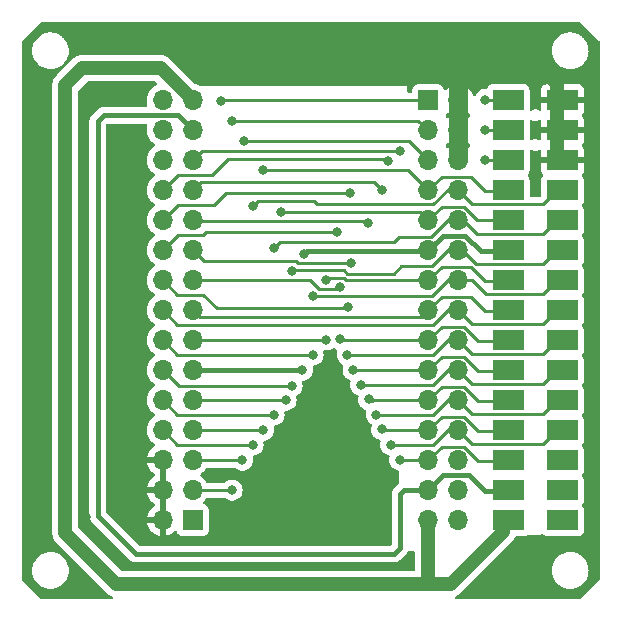
<source format=gtl>
G04 #@! TF.GenerationSoftware,KiCad,Pcbnew,7.0.10*
G04 #@! TF.CreationDate,2024-03-20T06:36:53+09:00*
G04 #@! TF.ProjectId,m5stack_base,6d357374-6163-46b5-9f62-6173652e6b69,rev?*
G04 #@! TF.SameCoordinates,Original*
G04 #@! TF.FileFunction,Copper,L1,Top*
G04 #@! TF.FilePolarity,Positive*
%FSLAX46Y46*%
G04 Gerber Fmt 4.6, Leading zero omitted, Abs format (unit mm)*
G04 Created by KiCad (PCBNEW 7.0.10) date 2024-03-20 06:36:53*
%MOMM*%
%LPD*%
G01*
G04 APERTURE LIST*
G04 Aperture macros list*
%AMFreePoly0*
4,1,5,1.750000,-0.850000,-0.850000,-0.850000,-0.850000,0.850000,1.750000,0.850000,1.750000,-0.850000,1.750000,-0.850000,$1*%
G04 Aperture macros list end*
G04 #@! TA.AperFunction,ComponentPad*
%ADD10R,1.700000X1.700000*%
G04 #@! TD*
G04 #@! TA.AperFunction,ComponentPad*
%ADD11O,1.700000X1.700000*%
G04 #@! TD*
G04 #@! TA.AperFunction,SMDPad,CuDef*
%ADD12FreePoly0,0.000000*%
G04 #@! TD*
G04 #@! TA.AperFunction,ViaPad*
%ADD13C,0.800000*%
G04 #@! TD*
G04 #@! TA.AperFunction,Conductor*
%ADD14C,0.400000*%
G04 #@! TD*
G04 #@! TA.AperFunction,Conductor*
%ADD15C,0.250000*%
G04 #@! TD*
G04 #@! TA.AperFunction,Conductor*
%ADD16C,1.200000*%
G04 #@! TD*
G04 #@! TA.AperFunction,Conductor*
%ADD17C,1.600000*%
G04 #@! TD*
G04 APERTURE END LIST*
D10*
X115040000Y-92758000D03*
D11*
X112500000Y-92758000D03*
X115040000Y-90218000D03*
X112500000Y-90218000D03*
X115040000Y-87678000D03*
X112500000Y-87678000D03*
X115040000Y-85138000D03*
X112500000Y-85138000D03*
X115040000Y-82598000D03*
X112500000Y-82598000D03*
X115040000Y-80058000D03*
X112500000Y-80058000D03*
X115040000Y-77518000D03*
X112500000Y-77518000D03*
X115040000Y-74978000D03*
X112500000Y-74978000D03*
X115040000Y-72438000D03*
X112500000Y-72438000D03*
X115040000Y-69898000D03*
X112500000Y-69898000D03*
X115040000Y-67358000D03*
X112500000Y-67358000D03*
X115040000Y-64818000D03*
X112500000Y-64818000D03*
X115040000Y-62278000D03*
X112500000Y-62278000D03*
X115040000Y-59738000D03*
X112500000Y-59738000D03*
X115040000Y-57198000D03*
X112500000Y-57198000D03*
D10*
X134960000Y-57218000D03*
D11*
X137500000Y-57218000D03*
X134960000Y-59758000D03*
X137500000Y-59758000D03*
X134960000Y-62298000D03*
X137500000Y-62298000D03*
X134960000Y-64838000D03*
X137500000Y-64838000D03*
X134960000Y-67378000D03*
X137500000Y-67378000D03*
X134960000Y-69918000D03*
X137500000Y-69918000D03*
X134960000Y-72458000D03*
X137500000Y-72458000D03*
X134960000Y-74998000D03*
X137500000Y-74998000D03*
X134960000Y-77538000D03*
X137500000Y-77538000D03*
X134960000Y-80078000D03*
X137500000Y-80078000D03*
X134960000Y-82618000D03*
X137500000Y-82618000D03*
X134960000Y-85158000D03*
X137500000Y-85158000D03*
X134960000Y-87698000D03*
X137500000Y-87698000D03*
X134960000Y-90238000D03*
X137500000Y-90238000D03*
X134960000Y-92778000D03*
X137500000Y-92778000D03*
D12*
X141310000Y-57182000D03*
X141310000Y-59730000D03*
X141310000Y-62280000D03*
X141310000Y-64820000D03*
X141314000Y-67360000D03*
X141314000Y-69900000D03*
X141314000Y-72443600D03*
X141314000Y-74980000D03*
X141314000Y-77520000D03*
X141314000Y-80060000D03*
X141314000Y-82600000D03*
X141314000Y-85140000D03*
X141314000Y-87680000D03*
X141314000Y-90220000D03*
X141314000Y-92760000D03*
X145914000Y-92758000D03*
X145914000Y-90218000D03*
X145914000Y-87678000D03*
X145914000Y-85138000D03*
X145914000Y-82598000D03*
X145914000Y-80058000D03*
X145914000Y-77518000D03*
X145914000Y-74978000D03*
X145914000Y-72441600D03*
X145914000Y-69898000D03*
X145914000Y-67358000D03*
X145910000Y-64818000D03*
X145910000Y-62278000D03*
X145910000Y-59728000D03*
X145910000Y-57180000D03*
D13*
X133223000Y-96393000D03*
X115824000Y-54864000D03*
X144018000Y-94742000D03*
X117475000Y-57277000D03*
X139827000Y-57150000D03*
X129794000Y-93345000D03*
X108500000Y-74500000D03*
X138811000Y-98806000D03*
X144500000Y-52500000D03*
X148500000Y-55500000D03*
X102000000Y-73000000D03*
X102000000Y-55500000D03*
X109500000Y-56500000D03*
X102000000Y-94500000D03*
X105500000Y-52500000D03*
X139827000Y-54991000D03*
X106934000Y-98933000D03*
X149000000Y-76500000D03*
X126000000Y-52500000D03*
X109500000Y-60500000D03*
X120015000Y-93345000D03*
X106000000Y-92500000D03*
X109000000Y-92500000D03*
X126500000Y-80000000D03*
X144000000Y-63500000D03*
X118364000Y-58928000D03*
X139827000Y-59690000D03*
X118364000Y-90217998D03*
X119380000Y-60693000D03*
X119253004Y-87678000D03*
X139827000Y-62230000D03*
X121031012Y-85138000D03*
X121031000Y-63118996D03*
X120142000Y-66166998D03*
X120142000Y-86360000D03*
X122936000Y-82598000D03*
X122555000Y-66674996D03*
X121920000Y-69723000D03*
X121920000Y-83820000D03*
X124460000Y-70231000D03*
X124333000Y-80058000D03*
X123444000Y-81406998D03*
X123444000Y-71628000D03*
X126365000Y-72390000D03*
X126365000Y-77470000D03*
X125222000Y-78740000D03*
X125222000Y-73787000D03*
X127508000Y-73025000D03*
X127495000Y-77423933D03*
X128143000Y-78740000D03*
X128188000Y-74676000D03*
X128638000Y-80010000D03*
X128413989Y-70954000D03*
X127254000Y-68326000D03*
X129273000Y-81280000D03*
X129908000Y-67564000D03*
X129957025Y-82532732D03*
X130601000Y-83820000D03*
X128397000Y-65023998D03*
X131051000Y-64770002D03*
X131051000Y-85065010D03*
X131826000Y-86360000D03*
X131572000Y-62357000D03*
X132588000Y-61467998D03*
X132588000Y-87630000D03*
D14*
X113790000Y-58488000D02*
X115040000Y-59738000D01*
X107501000Y-58488000D02*
X113790000Y-58488000D01*
X107000000Y-58989000D02*
X107501000Y-58488000D01*
X107000000Y-92395000D02*
X107000000Y-58989000D01*
X132080000Y-95631000D02*
X110236000Y-95631000D01*
X132588000Y-95123000D02*
X132080000Y-95631000D01*
X132901000Y-90238000D02*
X132588000Y-90551000D01*
X134960000Y-90238000D02*
X132901000Y-90238000D01*
X132588000Y-90551000D02*
X132588000Y-95123000D01*
X110236000Y-95631000D02*
X107000000Y-92395000D01*
D15*
X125349000Y-65773000D02*
X120535998Y-65773000D01*
X120535998Y-65773000D02*
X120142000Y-66166998D01*
X125603000Y-66027000D02*
X125349000Y-65773000D01*
X135432701Y-66027000D02*
X125603000Y-66027000D01*
X136621701Y-64838000D02*
X135432701Y-66027000D01*
X137500000Y-64838000D02*
X136621701Y-64838000D01*
X132080000Y-69215000D02*
X122428000Y-69215000D01*
X135256701Y-68743000D02*
X132552000Y-68743000D01*
X132552000Y-68743000D02*
X132080000Y-69215000D01*
X122428000Y-69215000D02*
X121920000Y-69723000D01*
X137500000Y-67378000D02*
X136621701Y-67378000D01*
X136621701Y-67378000D02*
X135256701Y-68743000D01*
X139827000Y-57150000D02*
X139818000Y-57182000D01*
X117534000Y-57218000D02*
X117475000Y-57277000D01*
X141278000Y-57150000D02*
X139827000Y-57150000D01*
X134960000Y-57218000D02*
X117534000Y-57218000D01*
X141310000Y-57182000D02*
X141278000Y-57150000D01*
D16*
X145910000Y-57180000D02*
X145910000Y-59728000D01*
X145910000Y-59728000D02*
X145910000Y-62278000D01*
X139827000Y-54991000D02*
X138684000Y-54991000D01*
D17*
X137500000Y-59758000D02*
X137500000Y-62298000D01*
X137500000Y-57218000D02*
X137500000Y-59758000D01*
D16*
X145910000Y-55867000D02*
X145034000Y-54991000D01*
X145034000Y-54991000D02*
X139827000Y-54991000D01*
D17*
X137500000Y-56175000D02*
X137500000Y-57218000D01*
D16*
X138684000Y-54991000D02*
X137500000Y-56175000D01*
X145910000Y-57180000D02*
X145910000Y-55867000D01*
D15*
X115040000Y-90218000D02*
X118363998Y-90218000D01*
X141278000Y-59690000D02*
X139827000Y-59690000D01*
X134130000Y-58928000D02*
X118364000Y-58928000D01*
X118363998Y-90218000D02*
X118364000Y-90217998D01*
X134960000Y-59758000D02*
X134130000Y-58928000D01*
X115040000Y-87678000D02*
X119253004Y-87678000D01*
X141278000Y-62230000D02*
X139827000Y-62230000D01*
X134960000Y-62298000D02*
X133355000Y-60693000D01*
X133355000Y-60693000D02*
X119380000Y-60693000D01*
X115040000Y-85138000D02*
X121031012Y-85138000D01*
X134960000Y-64838000D02*
X133240996Y-63118996D01*
X139827000Y-64897000D02*
X138593000Y-63663000D01*
X141278000Y-64897000D02*
X139827000Y-64897000D01*
X138593000Y-63663000D02*
X136135000Y-63663000D01*
X133240996Y-63118996D02*
X121031000Y-63118996D01*
X136135000Y-63663000D02*
X134960000Y-64838000D01*
X120142000Y-86360000D02*
X113722000Y-86360000D01*
X144733000Y-65995000D02*
X145910000Y-64818000D01*
X137500000Y-64838000D02*
X138657000Y-65995000D01*
X138657000Y-65995000D02*
X144733000Y-65995000D01*
X113722000Y-86360000D02*
X112500000Y-85138000D01*
X137986701Y-66203000D02*
X136135000Y-66203000D01*
X141278000Y-67310000D02*
X139093701Y-67310000D01*
X134960000Y-67378000D02*
X134257000Y-66675000D01*
X136135000Y-66203000D02*
X134960000Y-67378000D01*
X134257000Y-66675000D02*
X122555004Y-66675000D01*
X139093701Y-67310000D02*
X137986701Y-66203000D01*
X115040000Y-82598000D02*
X122936000Y-82598000D01*
X122555004Y-66675000D02*
X122555000Y-66674996D01*
X137970462Y-67378000D02*
X139127462Y-68535000D01*
X121920000Y-83820000D02*
X113722000Y-83820000D01*
X144737000Y-68535000D02*
X145914000Y-67358000D01*
X137500000Y-67378000D02*
X137970462Y-67378000D01*
X113722000Y-83820000D02*
X112500000Y-82598000D01*
X139127462Y-68535000D02*
X144737000Y-68535000D01*
D14*
X124697000Y-69994000D02*
X124460000Y-70231000D01*
X134884000Y-69994000D02*
X124697000Y-69994000D01*
X136210000Y-68668000D02*
X134960000Y-69918000D01*
X134960000Y-69918000D02*
X134884000Y-69994000D01*
X139446000Y-69977000D02*
X138137000Y-68668000D01*
X115040000Y-80058000D02*
X124333000Y-80058000D01*
X141278000Y-69977000D02*
X139446000Y-69977000D01*
X138137000Y-68668000D02*
X136210000Y-68668000D01*
D15*
X132080000Y-71882000D02*
X128097412Y-71882000D01*
X144737000Y-71075000D02*
X145914000Y-69898000D01*
X139021396Y-71075000D02*
X144737000Y-71075000D01*
X127830412Y-71615000D02*
X123457000Y-71615000D01*
X135292701Y-71247000D02*
X132715000Y-71247000D01*
X113848998Y-81406998D02*
X123444000Y-81406998D01*
X128097412Y-71882000D02*
X127830412Y-71615000D01*
X112500000Y-80058000D02*
X113848998Y-81406998D01*
X137864396Y-69918000D02*
X139021396Y-71075000D01*
X136621701Y-69918000D02*
X135292701Y-71247000D01*
X137500000Y-69918000D02*
X137864396Y-69918000D01*
X123457000Y-71615000D02*
X123444000Y-71628000D01*
X132715000Y-71247000D02*
X132080000Y-71882000D01*
X137500000Y-69918000D02*
X136621701Y-69918000D01*
X139827000Y-72517000D02*
X138593000Y-71283000D01*
X127829016Y-72250000D02*
X126505000Y-72250000D01*
X126505000Y-72250000D02*
X126365000Y-72390000D01*
X128037016Y-72458000D02*
X127829016Y-72250000D01*
X126365000Y-77470000D02*
X126317000Y-77518000D01*
X138593000Y-71283000D02*
X136135000Y-71283000D01*
X126317000Y-77518000D02*
X115040000Y-77518000D01*
X134960000Y-72458000D02*
X128037016Y-72458000D01*
X136135000Y-71283000D02*
X134960000Y-72458000D01*
X141278000Y-72517000D02*
X139827000Y-72517000D01*
X139862681Y-73618600D02*
X144737000Y-73618600D01*
X137500000Y-72458000D02*
X136621701Y-72458000D01*
X113722000Y-78740000D02*
X112500000Y-77518000D01*
X135292701Y-73787000D02*
X125222000Y-73787000D01*
X138702081Y-72458000D02*
X139862681Y-73618600D01*
X125222000Y-78740000D02*
X113722000Y-78740000D01*
X137500000Y-72458000D02*
X138702081Y-72458000D01*
X136621701Y-72458000D02*
X135292701Y-73787000D01*
X144737000Y-73618600D02*
X145914000Y-72441600D01*
X141278000Y-75057000D02*
X139827000Y-75057000D01*
X139827000Y-75057000D02*
X138593000Y-73823000D01*
X134393000Y-75565000D02*
X115627000Y-75565000D01*
X115627000Y-75565000D02*
X115040000Y-74978000D01*
X138593000Y-73823000D02*
X136135000Y-73823000D01*
X136135000Y-73823000D02*
X134960000Y-74998000D01*
X134960000Y-74998000D02*
X134393000Y-75565000D01*
X135419701Y-76200000D02*
X113722000Y-76200000D01*
X137500000Y-74998000D02*
X136621701Y-74998000D01*
X113722000Y-76200000D02*
X112500000Y-74978000D01*
X138657000Y-76155000D02*
X144737000Y-76155000D01*
X136621701Y-74998000D02*
X135419701Y-76200000D01*
X137500000Y-74998000D02*
X138657000Y-76155000D01*
X144737000Y-76155000D02*
X145914000Y-74978000D01*
X137986701Y-76363000D02*
X136135000Y-76363000D01*
X139220701Y-77597000D02*
X137986701Y-76363000D01*
X136135000Y-76363000D02*
X134960000Y-77538000D01*
X141278000Y-77597000D02*
X139220701Y-77597000D01*
X127609067Y-77538000D02*
X127495000Y-77423933D01*
X127381000Y-73152000D02*
X127508000Y-73025000D01*
X134960000Y-77538000D02*
X127609067Y-77538000D01*
X124988995Y-72438000D02*
X125702995Y-73152000D01*
X125702995Y-73152000D02*
X127381000Y-73152000D01*
X115040000Y-72438000D02*
X124988995Y-72438000D01*
X144737000Y-78695000D02*
X145914000Y-77518000D01*
X128077583Y-74786417D02*
X128188000Y-74676000D01*
X117077417Y-74786417D02*
X128077583Y-74786417D01*
X135419701Y-78740000D02*
X128143000Y-78740000D01*
X137500000Y-77538000D02*
X138657000Y-78695000D01*
X115951000Y-73660000D02*
X117077417Y-74786417D01*
X137500000Y-77538000D02*
X136621701Y-77538000D01*
X136621701Y-77538000D02*
X135419701Y-78740000D01*
X113722000Y-73660000D02*
X115951000Y-73660000D01*
X138657000Y-78695000D02*
X144737000Y-78695000D01*
X112500000Y-72438000D02*
X113722000Y-73660000D01*
X128143000Y-78740000D02*
X128270000Y-78740000D01*
X134960000Y-80078000D02*
X128706000Y-80078000D01*
X123923984Y-71006000D02*
X128361989Y-71006000D01*
X139220701Y-80137000D02*
X137986701Y-78903000D01*
X128706000Y-80078000D02*
X128638000Y-80010000D01*
X128361989Y-71006000D02*
X128413989Y-70954000D01*
X115040000Y-69898000D02*
X115978005Y-70836005D01*
X141278000Y-80137000D02*
X139220701Y-80137000D01*
X137986701Y-78903000D02*
X136135000Y-78903000D01*
X136135000Y-78903000D02*
X134960000Y-80078000D01*
X115978005Y-70836005D02*
X123753989Y-70836005D01*
X123753989Y-70836005D02*
X123923984Y-71006000D01*
X127254000Y-68326000D02*
X116205000Y-68326000D01*
X137500000Y-80078000D02*
X138657000Y-81235000D01*
X144737000Y-81235000D02*
X145914000Y-80058000D01*
X129667000Y-81280000D02*
X129273000Y-81280000D01*
X113818000Y-68580000D02*
X112500000Y-69898000D01*
X136621701Y-80078000D02*
X135419701Y-81280000D01*
X137500000Y-80078000D02*
X136621701Y-80078000D01*
X138657000Y-81235000D02*
X144737000Y-81235000D01*
X115951000Y-68580000D02*
X113818000Y-68580000D01*
X116205000Y-68326000D02*
X115951000Y-68580000D01*
X135419701Y-81280000D02*
X129273000Y-81280000D01*
X134960000Y-82618000D02*
X130042293Y-82618000D01*
X130030732Y-82532732D02*
X129957025Y-82532732D01*
X115040000Y-67358000D02*
X115119000Y-67437000D01*
X137986701Y-81443000D02*
X136135000Y-81443000D01*
X129781000Y-67437000D02*
X129908000Y-67564000D01*
X136135000Y-81443000D02*
X134960000Y-82618000D01*
X115119000Y-67437000D02*
X129781000Y-67437000D01*
X130042293Y-82618000D02*
X129957025Y-82532732D01*
X141278000Y-82677000D02*
X139220701Y-82677000D01*
X130175000Y-82677000D02*
X130030732Y-82532732D01*
X139220701Y-82677000D02*
X137986701Y-81443000D01*
X130302000Y-82677000D02*
X130175000Y-82677000D01*
X117874352Y-65023998D02*
X128397000Y-65023998D01*
X113818000Y-66040000D02*
X116858350Y-66040000D01*
X137500000Y-82618000D02*
X138657000Y-83775000D01*
X137500000Y-82618000D02*
X136621701Y-82618000D01*
X116858350Y-66040000D02*
X117874352Y-65023998D01*
X135419701Y-83820000D02*
X130601000Y-83820000D01*
X138657000Y-83775000D02*
X144737000Y-83775000D01*
X136621701Y-82618000D02*
X135419701Y-83820000D01*
X144737000Y-83775000D02*
X145914000Y-82598000D01*
X112500000Y-67358000D02*
X113818000Y-66040000D01*
X130810000Y-83820000D02*
X130601000Y-83820000D01*
X134960000Y-85158000D02*
X131143990Y-85158000D01*
X131143990Y-85158000D02*
X131051000Y-85065010D01*
X139220701Y-85217000D02*
X137986701Y-83983000D01*
X137986701Y-83983000D02*
X136135000Y-83983000D01*
X130415998Y-64135000D02*
X131051000Y-64770002D01*
X136135000Y-83983000D02*
X134960000Y-85158000D01*
X115040000Y-64818000D02*
X115723000Y-64135000D01*
X141278000Y-85217000D02*
X139220701Y-85217000D01*
X115723000Y-64135000D02*
X130415998Y-64135000D01*
X136621701Y-85158000D02*
X135419701Y-86360000D01*
X135419701Y-86360000D02*
X132207000Y-86360000D01*
X137500000Y-85158000D02*
X138657000Y-86315000D01*
X113818000Y-63500000D02*
X112500000Y-64818000D01*
X132207000Y-86360000D02*
X131826000Y-86360000D01*
X138657000Y-86315000D02*
X144737000Y-86315000D01*
X131432000Y-62217000D02*
X117996000Y-62217000D01*
X116713000Y-63500000D02*
X113818000Y-63500000D01*
X117996000Y-62217000D02*
X116713000Y-63500000D01*
X144737000Y-86315000D02*
X145914000Y-85138000D01*
X137500000Y-85158000D02*
X136621701Y-85158000D01*
X131572000Y-62357000D02*
X131432000Y-62217000D01*
X132587998Y-61468000D02*
X132588000Y-61467998D01*
X115040000Y-62278000D02*
X115850000Y-61468000D01*
X139220701Y-87757000D02*
X137986701Y-86523000D01*
X137986701Y-86523000D02*
X136135000Y-86523000D01*
X141278000Y-87757000D02*
X139220701Y-87757000D01*
X132656000Y-87698000D02*
X132588000Y-87630000D01*
X115850000Y-61468000D02*
X132587998Y-61468000D01*
X136135000Y-86523000D02*
X134960000Y-87698000D01*
X134960000Y-87698000D02*
X132656000Y-87698000D01*
D14*
X136250000Y-88948000D02*
X134960000Y-90238000D01*
X138478000Y-88948000D02*
X136250000Y-88948000D01*
X139827000Y-90297000D02*
X138478000Y-88948000D01*
X141278000Y-90297000D02*
X139827000Y-90297000D01*
D16*
X141278000Y-92837000D02*
X141278000Y-93799000D01*
X108585000Y-98171000D02*
X104267000Y-93853000D01*
X105664000Y-54483000D02*
X112325000Y-54483000D01*
X134960000Y-98003000D02*
X134960000Y-95250000D01*
X104267000Y-55880000D02*
X105664000Y-54483000D01*
X104267000Y-93853000D02*
X104267000Y-55880000D01*
X134960000Y-98003000D02*
X134960000Y-92778000D01*
X134960000Y-96606000D02*
X134960000Y-95250000D01*
X141278000Y-93799000D02*
X136906000Y-98171000D01*
X135128000Y-98171000D02*
X134960000Y-98003000D01*
X136906000Y-98171000D02*
X135128000Y-98171000D01*
X136906000Y-98171000D02*
X108585000Y-98171000D01*
X112325000Y-54483000D02*
X115040000Y-57198000D01*
G04 #@! TA.AperFunction,Conductor*
G36*
X147844135Y-50565685D02*
G01*
X147864220Y-50581765D01*
X149302817Y-52002294D01*
X149463125Y-52160588D01*
X149496997Y-52221699D01*
X149500000Y-52248822D01*
X149500000Y-97738177D01*
X149480315Y-97805216D01*
X149463125Y-97826411D01*
X147864221Y-99405234D01*
X147802688Y-99438330D01*
X147777096Y-99441000D01*
X137349402Y-99441000D01*
X137282363Y-99421315D01*
X137236608Y-99368511D01*
X137226664Y-99299353D01*
X137255689Y-99235797D01*
X137311545Y-99199900D01*
X137311390Y-99199512D01*
X137313405Y-99198704D01*
X137314467Y-99198023D01*
X137314468Y-99198023D01*
X137315229Y-99197799D01*
X137316875Y-99197316D01*
X137371408Y-99169201D01*
X137379403Y-99165434D01*
X137435812Y-99141279D01*
X137462435Y-99123258D01*
X137475095Y-99115747D01*
X137503682Y-99101011D01*
X137551921Y-99063073D01*
X137559054Y-99057864D01*
X137609865Y-99023477D01*
X137632602Y-99000738D01*
X137643615Y-98990964D01*
X137668886Y-98971092D01*
X137709066Y-98924720D01*
X137715085Y-98918255D01*
X139627126Y-97006214D01*
X145450920Y-97006214D01*
X145470067Y-97249511D01*
X145470067Y-97249514D01*
X145470068Y-97249516D01*
X145527041Y-97486823D01*
X145527044Y-97486833D01*
X145620436Y-97712303D01*
X145747951Y-97920387D01*
X145747952Y-97920390D01*
X145747955Y-97920393D01*
X145906455Y-98105973D01*
X146042349Y-98222037D01*
X146092037Y-98264475D01*
X146092039Y-98264475D01*
X146300125Y-98391991D01*
X146336802Y-98407183D01*
X146339785Y-98408507D01*
X146340550Y-98408797D01*
X146344020Y-98410173D01*
X146525602Y-98485386D01*
X146525603Y-98485386D01*
X146525605Y-98485387D01*
X146551477Y-98491598D01*
X146564061Y-98494619D01*
X146569612Y-98496088D01*
X146574273Y-98497438D01*
X146574275Y-98497439D01*
X146574276Y-98497439D01*
X146574279Y-98497440D01*
X146577930Y-98498185D01*
X146582434Y-98499104D01*
X146586525Y-98500012D01*
X146762912Y-98542360D01*
X146806410Y-98545783D01*
X146814103Y-98546867D01*
X146814110Y-98546813D01*
X146819067Y-98547414D01*
X146819068Y-98547414D01*
X146819078Y-98547416D01*
X146833315Y-98547989D01*
X146837936Y-98548264D01*
X147006214Y-98561508D01*
X147053931Y-98557752D01*
X147068656Y-98557473D01*
X147068728Y-98557476D01*
X147086934Y-98555265D01*
X147092070Y-98554751D01*
X147249516Y-98542360D01*
X147300201Y-98530191D01*
X147314187Y-98527672D01*
X147316758Y-98527360D01*
X147337080Y-98521473D01*
X147342589Y-98520014D01*
X147486826Y-98485386D01*
X147538991Y-98463778D01*
X147551927Y-98459242D01*
X147556746Y-98457847D01*
X147577590Y-98447956D01*
X147583159Y-98445483D01*
X147712303Y-98391991D01*
X147764207Y-98360183D01*
X147775816Y-98353896D01*
X147782475Y-98350737D01*
X147802276Y-98337069D01*
X147807899Y-98333409D01*
X147920393Y-98264473D01*
X147970099Y-98222019D01*
X147980157Y-98214286D01*
X147988099Y-98208805D01*
X148005814Y-98191789D01*
X148011083Y-98187016D01*
X148105973Y-98105973D01*
X148151383Y-98052805D01*
X148159777Y-98043906D01*
X148161762Y-98041998D01*
X148168293Y-98035726D01*
X148183003Y-98016149D01*
X148187796Y-98010169D01*
X148264473Y-97920393D01*
X148303455Y-97856779D01*
X148310028Y-97847110D01*
X148318390Y-97835984D01*
X148329560Y-97814700D01*
X148333593Y-97807598D01*
X148391991Y-97712303D01*
X148422379Y-97638939D01*
X148427127Y-97628801D01*
X148434502Y-97614751D01*
X148441864Y-97592697D01*
X148444896Y-97584577D01*
X148485386Y-97486826D01*
X148505073Y-97404825D01*
X148508019Y-97394537D01*
X148513622Y-97377757D01*
X148517186Y-97355824D01*
X148518982Y-97346886D01*
X148542360Y-97249516D01*
X148549374Y-97160388D01*
X148550594Y-97150256D01*
X148553701Y-97131140D01*
X148554323Y-97100193D01*
X148554680Y-97092968D01*
X148561508Y-97006214D01*
X148554679Y-96919449D01*
X148554323Y-96912222D01*
X148553701Y-96881288D01*
X148550594Y-96862171D01*
X148549373Y-96852028D01*
X148542360Y-96762916D01*
X148542360Y-96762912D01*
X148518990Y-96665572D01*
X148517179Y-96656561D01*
X148513622Y-96634671D01*
X148508015Y-96617878D01*
X148505069Y-96607587D01*
X148485386Y-96525602D01*
X148444902Y-96427865D01*
X148441868Y-96419742D01*
X148434502Y-96397677D01*
X148427126Y-96383624D01*
X148422375Y-96373481D01*
X148391991Y-96300125D01*
X148333595Y-96204832D01*
X148329559Y-96197726D01*
X148318390Y-96176444D01*
X148310040Y-96165332D01*
X148303452Y-96155642D01*
X148264473Y-96092035D01*
X148187809Y-96002273D01*
X148182986Y-95996255D01*
X148168293Y-95976702D01*
X148159774Y-95968519D01*
X148151384Y-95959624D01*
X148105973Y-95906455D01*
X148011104Y-95825429D01*
X148005799Y-95820624D01*
X147988099Y-95803623D01*
X147980166Y-95798147D01*
X147970081Y-95790392D01*
X147920393Y-95747955D01*
X147920384Y-95747948D01*
X147807923Y-95679032D01*
X147802278Y-95675358D01*
X147782479Y-95661693D01*
X147782473Y-95661689D01*
X147775808Y-95658526D01*
X147764192Y-95652234D01*
X147712298Y-95620434D01*
X147712291Y-95620431D01*
X147583225Y-95566971D01*
X147577520Y-95564438D01*
X147556747Y-95554581D01*
X147556733Y-95554576D01*
X147551915Y-95553180D01*
X147538978Y-95548642D01*
X147486836Y-95527045D01*
X147486820Y-95527040D01*
X147342610Y-95492416D01*
X147337068Y-95490950D01*
X147326113Y-95487777D01*
X147316758Y-95485068D01*
X147316749Y-95485066D01*
X147316740Y-95485065D01*
X147314166Y-95484752D01*
X147300198Y-95482235D01*
X147249516Y-95470068D01*
X147092112Y-95457679D01*
X147086901Y-95457158D01*
X147068733Y-95454952D01*
X147068714Y-95454952D01*
X147068620Y-95454956D01*
X147053923Y-95454674D01*
X147006366Y-95450932D01*
X147006214Y-95450920D01*
X147006213Y-95450920D01*
X146837983Y-95464158D01*
X146833260Y-95464439D01*
X146819084Y-95465011D01*
X146814121Y-95465614D01*
X146814114Y-95465559D01*
X146806420Y-95466642D01*
X146762921Y-95470067D01*
X146762916Y-95470067D01*
X146762912Y-95470068D01*
X146762909Y-95470068D01*
X146762907Y-95470069D01*
X146586554Y-95512407D01*
X146582422Y-95513325D01*
X146574272Y-95514989D01*
X146569605Y-95516341D01*
X146564069Y-95517806D01*
X146525605Y-95527041D01*
X146525599Y-95527042D01*
X146344079Y-95602230D01*
X146340632Y-95603598D01*
X146339826Y-95603903D01*
X146336841Y-95605228D01*
X146300123Y-95620437D01*
X146300118Y-95620440D01*
X146092040Y-95747951D01*
X146092037Y-95747952D01*
X145906455Y-95906455D01*
X145747952Y-96092037D01*
X145747951Y-96092040D01*
X145620436Y-96300124D01*
X145527044Y-96525594D01*
X145527042Y-96525601D01*
X145527042Y-96525602D01*
X145504888Y-96617878D01*
X145470067Y-96762916D01*
X145450920Y-97006214D01*
X139627126Y-97006214D01*
X141983879Y-94649461D01*
X141999631Y-94636138D01*
X142001952Y-94634486D01*
X142064444Y-94568944D01*
X142066422Y-94566918D01*
X142093241Y-94540101D01*
X142098783Y-94533387D01*
X142104634Y-94526794D01*
X142146986Y-94482378D01*
X142155399Y-94469286D01*
X142164362Y-94455341D01*
X142173060Y-94443429D01*
X142193524Y-94418645D01*
X142213093Y-94382807D01*
X142222927Y-94364796D01*
X142227445Y-94357181D01*
X142247214Y-94326420D01*
X142260613Y-94305572D01*
X142272558Y-94275732D01*
X142278840Y-94262397D01*
X142294248Y-94234182D01*
X142299049Y-94219164D01*
X142304571Y-94201891D01*
X142343733Y-94144028D01*
X142407962Y-94116524D01*
X142422683Y-94115647D01*
X143064000Y-94115647D01*
X143135961Y-94110500D01*
X143135963Y-94110499D01*
X143135965Y-94110499D01*
X143274050Y-94069954D01*
X143274051Y-94069954D01*
X143274053Y-94069953D01*
X143370127Y-94008210D01*
X143437163Y-93988526D01*
X143476241Y-94000000D01*
X143500000Y-94000000D01*
X144499998Y-94000000D01*
X144500000Y-94000000D01*
X144500000Y-93999998D01*
X144535403Y-93964595D01*
X144596726Y-93931110D01*
X144666418Y-93936094D01*
X144704282Y-93958559D01*
X144790627Y-94033377D01*
X144921543Y-94093165D01*
X145064000Y-94113647D01*
X145064003Y-94113647D01*
X147664000Y-94113647D01*
X147735961Y-94108500D01*
X147735963Y-94108499D01*
X147735965Y-94108499D01*
X147874050Y-94067954D01*
X147874050Y-94067953D01*
X147874053Y-94067953D01*
X147995128Y-93990143D01*
X148089377Y-93881373D01*
X148149165Y-93750457D01*
X148169647Y-93608000D01*
X148169647Y-91908000D01*
X148164500Y-91836039D01*
X148136155Y-91739505D01*
X148123954Y-91697949D01*
X148123953Y-91697947D01*
X148046143Y-91576872D01*
X148046138Y-91576868D01*
X148040337Y-91570172D01*
X148041828Y-91568879D01*
X148010224Y-91519701D01*
X148010224Y-91449831D01*
X148035486Y-91403565D01*
X148089377Y-91341373D01*
X148149165Y-91210457D01*
X148169647Y-91068000D01*
X148169647Y-89368000D01*
X148164500Y-89296039D01*
X148145124Y-89230050D01*
X148123954Y-89157949D01*
X148123953Y-89157947D01*
X148046143Y-89036872D01*
X148046138Y-89036868D01*
X148040337Y-89030172D01*
X148041828Y-89028879D01*
X148010224Y-88979701D01*
X148010224Y-88909831D01*
X148035486Y-88863565D01*
X148089377Y-88801373D01*
X148149165Y-88670457D01*
X148169647Y-88528000D01*
X148169647Y-86828000D01*
X148164500Y-86756039D01*
X148163745Y-86753469D01*
X148123954Y-86617949D01*
X148079165Y-86548256D01*
X148046143Y-86496872D01*
X148046138Y-86496868D01*
X148040337Y-86490172D01*
X148041828Y-86488879D01*
X148010224Y-86439701D01*
X148010224Y-86369831D01*
X148035486Y-86323565D01*
X148089377Y-86261373D01*
X148149165Y-86130457D01*
X148169647Y-85988000D01*
X148169647Y-84288000D01*
X148164500Y-84216039D01*
X148156350Y-84188284D01*
X148123954Y-84077949D01*
X148079165Y-84008256D01*
X148046143Y-83956872D01*
X148046138Y-83956868D01*
X148040337Y-83950172D01*
X148041828Y-83948879D01*
X148010224Y-83899701D01*
X148010224Y-83829831D01*
X148035486Y-83783565D01*
X148089377Y-83721373D01*
X148149165Y-83590457D01*
X148169647Y-83448000D01*
X148169647Y-81748000D01*
X148164500Y-81676039D01*
X148156350Y-81648284D01*
X148123954Y-81537949D01*
X148079165Y-81468256D01*
X148046143Y-81416872D01*
X148046138Y-81416868D01*
X148040337Y-81410172D01*
X148041828Y-81408879D01*
X148010224Y-81359701D01*
X148010224Y-81289831D01*
X148035486Y-81243565D01*
X148089377Y-81181373D01*
X148149165Y-81050457D01*
X148169647Y-80908000D01*
X148169647Y-79208000D01*
X148164500Y-79136039D01*
X148156350Y-79108284D01*
X148123954Y-78997949D01*
X148079165Y-78928256D01*
X148046143Y-78876872D01*
X148046138Y-78876868D01*
X148040337Y-78870172D01*
X148041828Y-78868879D01*
X148010224Y-78819701D01*
X148010224Y-78749831D01*
X148035486Y-78703565D01*
X148089377Y-78641373D01*
X148149165Y-78510457D01*
X148169647Y-78368000D01*
X148169647Y-76668000D01*
X148164500Y-76596039D01*
X148123953Y-76457947D01*
X148046143Y-76336872D01*
X148046138Y-76336868D01*
X148040337Y-76330172D01*
X148041828Y-76328879D01*
X148010224Y-76279701D01*
X148010224Y-76209831D01*
X148035486Y-76163565D01*
X148089377Y-76101373D01*
X148149165Y-75970457D01*
X148169647Y-75828000D01*
X148169647Y-74128000D01*
X148164500Y-74056039D01*
X148140780Y-73975256D01*
X148123954Y-73917949D01*
X148123953Y-73917947D01*
X148046143Y-73796872D01*
X148046142Y-73796871D01*
X148046140Y-73796868D01*
X148040334Y-73790167D01*
X148042332Y-73788435D01*
X148012005Y-73741241D01*
X148012007Y-73671372D01*
X148037268Y-73625110D01*
X148089377Y-73564973D01*
X148149165Y-73434057D01*
X148169647Y-73291600D01*
X148169647Y-71591600D01*
X148164500Y-71519639D01*
X148153210Y-71481190D01*
X148123954Y-71381549D01*
X148123953Y-71381547D01*
X148046143Y-71260472D01*
X148046138Y-71260468D01*
X148040337Y-71253772D01*
X148041321Y-71252918D01*
X148008442Y-71201758D01*
X148008442Y-71131889D01*
X148033704Y-71085623D01*
X148089377Y-71021373D01*
X148149165Y-70890457D01*
X148169647Y-70748000D01*
X148169647Y-69048000D01*
X148164500Y-68976039D01*
X148158126Y-68954332D01*
X148123954Y-68837949D01*
X148123953Y-68837947D01*
X148046143Y-68716872D01*
X148046138Y-68716868D01*
X148040337Y-68710172D01*
X148041828Y-68708879D01*
X148010224Y-68659701D01*
X148010224Y-68589831D01*
X148035486Y-68543565D01*
X148089377Y-68481373D01*
X148149165Y-68350457D01*
X148169647Y-68208000D01*
X148169647Y-66508000D01*
X148164500Y-66436039D01*
X148123953Y-66297947D01*
X148046143Y-66176872D01*
X148045713Y-66176499D01*
X148045406Y-66176022D01*
X148040337Y-66170172D01*
X148041178Y-66169442D01*
X148007939Y-66117721D01*
X148007939Y-66047851D01*
X148033204Y-66001584D01*
X148046340Y-65986425D01*
X148085377Y-65941373D01*
X148145165Y-65810457D01*
X148165647Y-65668000D01*
X148165647Y-63968000D01*
X148160500Y-63896039D01*
X148121985Y-63764868D01*
X148119954Y-63757949D01*
X148111312Y-63744502D01*
X148042143Y-63636872D01*
X148042142Y-63636871D01*
X148042140Y-63636868D01*
X148036334Y-63630167D01*
X148037718Y-63628966D01*
X148005848Y-63579380D01*
X148005844Y-63509511D01*
X148031111Y-63463236D01*
X148084949Y-63401104D01*
X148084952Y-63401098D01*
X148144679Y-63270316D01*
X148144680Y-63270311D01*
X148165141Y-63127999D01*
X148165142Y-63127998D01*
X148165142Y-62528000D01*
X144554858Y-62528000D01*
X144554858Y-63128000D01*
X144559999Y-63199890D01*
X144600505Y-63337840D01*
X144678239Y-63458798D01*
X144684045Y-63465498D01*
X144682538Y-63466803D01*
X144714105Y-63515928D01*
X144714100Y-63585798D01*
X144688839Y-63632057D01*
X144634623Y-63694626D01*
X144634622Y-63694628D01*
X144574834Y-63825543D01*
X144558842Y-63936779D01*
X144554354Y-63967997D01*
X144554353Y-63968001D01*
X144554353Y-65237694D01*
X144534668Y-65304733D01*
X144518034Y-65325375D01*
X144510228Y-65333181D01*
X144448905Y-65366666D01*
X144422547Y-65369500D01*
X143689647Y-65369500D01*
X143622608Y-65349815D01*
X143576853Y-65297011D01*
X143565647Y-65245500D01*
X143565647Y-63970000D01*
X143560500Y-63898039D01*
X143559911Y-63896034D01*
X143519954Y-63759949D01*
X143518669Y-63757949D01*
X143442143Y-63638872D01*
X143442138Y-63638868D01*
X143436337Y-63632172D01*
X143437828Y-63630879D01*
X143406224Y-63581701D01*
X143406224Y-63511831D01*
X143431486Y-63465565D01*
X143485377Y-63403373D01*
X143545165Y-63272457D01*
X143565647Y-63130000D01*
X143565647Y-61496333D01*
X143585332Y-61429294D01*
X143638136Y-61383539D01*
X143707294Y-61373595D01*
X143756688Y-61392019D01*
X143767728Y-61399114D01*
X143769836Y-61400469D01*
X143783994Y-61411067D01*
X143788290Y-61414790D01*
X143793463Y-61417152D01*
X143808984Y-61425628D01*
X143827988Y-61437841D01*
X143849948Y-61451954D01*
X143896665Y-61465671D01*
X143913232Y-61471848D01*
X143918409Y-61474213D01*
X143924032Y-61475021D01*
X143941315Y-61478781D01*
X143988039Y-61492500D01*
X144036727Y-61492500D01*
X144054372Y-61493761D01*
X144060000Y-61494571D01*
X144065627Y-61493761D01*
X144083273Y-61492500D01*
X144131962Y-61492500D01*
X144140688Y-61489937D01*
X144178689Y-61478779D01*
X144195963Y-61475022D01*
X144201591Y-61474213D01*
X144206759Y-61471853D01*
X144223331Y-61465671D01*
X144270053Y-61451953D01*
X144311016Y-61425627D01*
X144326547Y-61417148D01*
X144328042Y-61416464D01*
X144331710Y-61414790D01*
X144336008Y-61411065D01*
X144350152Y-61400475D01*
X144363826Y-61391688D01*
X144430862Y-61372008D01*
X144497901Y-61391695D01*
X144543654Y-61444501D01*
X144554858Y-61496008D01*
X144554858Y-62028000D01*
X145660000Y-62028000D01*
X145660000Y-59978000D01*
X146160000Y-59978000D01*
X146160000Y-62028000D01*
X148165142Y-62028000D01*
X148165142Y-61427999D01*
X148160000Y-61356109D01*
X148119494Y-61218159D01*
X148041760Y-61097201D01*
X148038345Y-61094242D01*
X148000570Y-61035464D01*
X148000570Y-60965594D01*
X148025834Y-60919325D01*
X148084951Y-60851099D01*
X148084952Y-60851098D01*
X148144679Y-60720316D01*
X148144680Y-60720311D01*
X148165141Y-60577999D01*
X148165142Y-60577998D01*
X148165142Y-59978000D01*
X146160000Y-59978000D01*
X145660000Y-59978000D01*
X144554858Y-59978000D01*
X144554858Y-60487990D01*
X144535173Y-60555029D01*
X144482369Y-60600784D01*
X144413211Y-60610728D01*
X144363820Y-60592306D01*
X144350167Y-60583532D01*
X144336003Y-60572930D01*
X144331709Y-60569209D01*
X144331706Y-60569207D01*
X144326536Y-60566846D01*
X144311018Y-60558373D01*
X144270053Y-60532047D01*
X144270048Y-60532045D01*
X144223329Y-60518326D01*
X144206764Y-60512148D01*
X144201596Y-60509788D01*
X144201592Y-60509787D01*
X144195965Y-60508978D01*
X144178681Y-60505218D01*
X144131962Y-60491500D01*
X144131961Y-60491500D01*
X144083273Y-60491500D01*
X144065627Y-60490238D01*
X144060000Y-60489429D01*
X144054372Y-60490238D01*
X144036727Y-60491500D01*
X143988036Y-60491500D01*
X143941310Y-60505219D01*
X143924036Y-60508977D01*
X143918412Y-60509785D01*
X143918409Y-60509787D01*
X143913233Y-60512150D01*
X143896677Y-60518324D01*
X143849944Y-60532047D01*
X143808985Y-60558370D01*
X143793468Y-60566844D01*
X143788294Y-60569207D01*
X143788289Y-60569210D01*
X143783994Y-60572932D01*
X143769837Y-60583529D01*
X143756687Y-60591980D01*
X143689647Y-60611665D01*
X143622608Y-60591980D01*
X143576853Y-60539177D01*
X143565647Y-60487665D01*
X143565647Y-58974333D01*
X143585332Y-58907294D01*
X143638136Y-58861539D01*
X143707294Y-58851595D01*
X143756688Y-58870019D01*
X143767728Y-58877114D01*
X143769836Y-58878469D01*
X143783994Y-58889067D01*
X143788290Y-58892790D01*
X143793463Y-58895152D01*
X143808984Y-58903628D01*
X143814689Y-58907294D01*
X143849948Y-58929954D01*
X143896665Y-58943671D01*
X143913232Y-58949848D01*
X143918409Y-58952213D01*
X143924032Y-58953021D01*
X143941315Y-58956781D01*
X143988039Y-58970500D01*
X144036727Y-58970500D01*
X144054372Y-58971761D01*
X144060000Y-58972571D01*
X144065627Y-58971761D01*
X144083273Y-58970500D01*
X144131962Y-58970500D01*
X144140688Y-58967937D01*
X144178689Y-58956779D01*
X144195963Y-58953022D01*
X144201591Y-58952213D01*
X144206759Y-58949853D01*
X144223331Y-58943671D01*
X144270053Y-58929953D01*
X144311016Y-58903627D01*
X144326547Y-58895148D01*
X144328042Y-58894464D01*
X144331710Y-58892790D01*
X144336008Y-58889065D01*
X144350152Y-58878475D01*
X144363826Y-58869688D01*
X144430862Y-58850008D01*
X144497901Y-58869695D01*
X144543654Y-58922501D01*
X144554858Y-58974008D01*
X144554858Y-59478000D01*
X145660000Y-59478000D01*
X145660000Y-57430000D01*
X146160000Y-57430000D01*
X146160000Y-59478000D01*
X148165142Y-59478000D01*
X148165142Y-58877999D01*
X148160000Y-58806109D01*
X148119494Y-58668159D01*
X148041760Y-58547202D01*
X148039336Y-58545101D01*
X148037597Y-58542396D01*
X148035952Y-58540497D01*
X148036225Y-58540260D01*
X148001561Y-58486323D01*
X148001559Y-58416454D01*
X148026824Y-58370183D01*
X148084951Y-58303099D01*
X148084952Y-58303098D01*
X148144679Y-58172316D01*
X148144680Y-58172311D01*
X148165141Y-58029999D01*
X148165142Y-58029998D01*
X148165142Y-57430000D01*
X146160000Y-57430000D01*
X145660000Y-57430000D01*
X144554858Y-57430000D01*
X144554858Y-57965990D01*
X144535173Y-58033029D01*
X144482369Y-58078784D01*
X144413211Y-58088728D01*
X144363820Y-58070306D01*
X144350167Y-58061532D01*
X144336003Y-58050930D01*
X144331709Y-58047209D01*
X144331706Y-58047207D01*
X144326536Y-58044846D01*
X144311018Y-58036373D01*
X144270053Y-58010047D01*
X144270048Y-58010045D01*
X144223329Y-57996326D01*
X144206764Y-57990148D01*
X144201596Y-57987788D01*
X144201592Y-57987787D01*
X144195965Y-57986978D01*
X144178681Y-57983218D01*
X144131962Y-57969500D01*
X144131961Y-57969500D01*
X144083273Y-57969500D01*
X144065627Y-57968238D01*
X144060000Y-57967429D01*
X144054372Y-57968238D01*
X144036727Y-57969500D01*
X143988036Y-57969500D01*
X143941310Y-57983219D01*
X143924036Y-57986977D01*
X143918412Y-57987785D01*
X143918409Y-57987787D01*
X143913233Y-57990150D01*
X143896677Y-57996324D01*
X143849944Y-58010047D01*
X143808985Y-58036370D01*
X143793468Y-58044844D01*
X143788294Y-58047207D01*
X143788289Y-58047210D01*
X143783994Y-58050932D01*
X143769837Y-58061529D01*
X143756687Y-58069980D01*
X143689647Y-58089665D01*
X143622608Y-58069980D01*
X143576853Y-58017177D01*
X143565647Y-57965665D01*
X143565647Y-56930000D01*
X144554858Y-56930000D01*
X145660000Y-56930000D01*
X145660000Y-55824858D01*
X146160000Y-55824858D01*
X146160000Y-56930000D01*
X148165142Y-56930000D01*
X148165142Y-56329999D01*
X148160000Y-56258109D01*
X148119494Y-56120159D01*
X148041760Y-55999201D01*
X147933099Y-55905048D01*
X147933098Y-55905047D01*
X147802316Y-55845320D01*
X147802311Y-55845319D01*
X147659999Y-55824858D01*
X146160000Y-55824858D01*
X145660000Y-55824858D01*
X145059999Y-55824858D01*
X144988109Y-55829999D01*
X144850159Y-55870505D01*
X144729201Y-55948239D01*
X144635048Y-56056900D01*
X144635047Y-56056901D01*
X144575320Y-56187683D01*
X144575319Y-56187688D01*
X144554858Y-56330000D01*
X144554858Y-56930000D01*
X143565647Y-56930000D01*
X143565647Y-56332000D01*
X143560500Y-56260039D01*
X143560104Y-56258692D01*
X143519954Y-56121949D01*
X143479260Y-56058628D01*
X143442143Y-56000872D01*
X143333373Y-55906623D01*
X143329922Y-55905047D01*
X143202456Y-55846834D01*
X143095792Y-55831499D01*
X143060000Y-55826353D01*
X140460000Y-55826353D01*
X140459997Y-55826353D01*
X140388039Y-55831499D01*
X140388034Y-55831500D01*
X140249949Y-55872045D01*
X140128873Y-55949856D01*
X140034623Y-56058626D01*
X140034622Y-56058628D01*
X139980558Y-56177012D01*
X139934803Y-56229816D01*
X139867764Y-56249500D01*
X139732354Y-56249500D01*
X139699897Y-56256398D01*
X139547197Y-56288855D01*
X139547192Y-56288857D01*
X139374270Y-56365848D01*
X139374265Y-56365851D01*
X139221129Y-56477111D01*
X139094465Y-56617785D01*
X138999854Y-56781658D01*
X138949287Y-56829874D01*
X138880680Y-56843097D01*
X138815815Y-56817129D01*
X138775287Y-56760214D01*
X138774112Y-56756381D01*
X138773429Y-56754507D01*
X138673600Y-56540422D01*
X138673599Y-56540420D01*
X138538113Y-56346926D01*
X138538108Y-56346920D01*
X138371082Y-56179894D01*
X138177578Y-56044399D01*
X137963492Y-55944570D01*
X137963486Y-55944567D01*
X137750000Y-55887364D01*
X137750000Y-56782498D01*
X137642315Y-56733320D01*
X137535763Y-56718000D01*
X137464237Y-56718000D01*
X137357685Y-56733320D01*
X137250000Y-56782498D01*
X137250000Y-55887364D01*
X137249999Y-55887364D01*
X137036513Y-55944567D01*
X137036507Y-55944570D01*
X136822422Y-56044399D01*
X136822420Y-56044400D01*
X136628926Y-56179886D01*
X136506865Y-56301947D01*
X136445542Y-56335431D01*
X136375850Y-56330447D01*
X136319917Y-56288575D01*
X136303002Y-56257598D01*
X136253797Y-56125671D01*
X136253793Y-56125664D01*
X136167547Y-56010455D01*
X136167544Y-56010452D01*
X136052335Y-55924206D01*
X136052328Y-55924202D01*
X135917482Y-55873908D01*
X135917483Y-55873908D01*
X135857883Y-55867501D01*
X135857881Y-55867500D01*
X135857873Y-55867500D01*
X135857864Y-55867500D01*
X134062129Y-55867500D01*
X134062123Y-55867501D01*
X134002516Y-55873908D01*
X133867671Y-55924202D01*
X133867664Y-55924206D01*
X133752455Y-56010452D01*
X133752452Y-56010455D01*
X133666206Y-56125664D01*
X133666202Y-56125671D01*
X133615908Y-56260517D01*
X133609501Y-56320116D01*
X133609500Y-56320135D01*
X133609500Y-56468500D01*
X133589815Y-56535539D01*
X133537011Y-56581294D01*
X133485500Y-56592500D01*
X133347000Y-56592500D01*
X133279961Y-56572815D01*
X133234206Y-56520011D01*
X133223000Y-56468500D01*
X133223000Y-56007000D01*
X115708939Y-56007000D01*
X115656534Y-55995382D01*
X115558903Y-55949856D01*
X115503663Y-55924097D01*
X115503659Y-55924096D01*
X115503655Y-55924094D01*
X115288200Y-55866364D01*
X115232612Y-55834270D01*
X113175466Y-53777124D01*
X113162137Y-53761366D01*
X113160488Y-53759050D01*
X113160480Y-53759041D01*
X113094968Y-53696576D01*
X113092856Y-53694514D01*
X113066096Y-53667754D01*
X113059385Y-53662213D01*
X113052774Y-53656345D01*
X113008378Y-53614014D01*
X113008375Y-53614012D01*
X113008371Y-53614009D01*
X112981347Y-53596641D01*
X112969441Y-53587948D01*
X112944648Y-53567478D01*
X112944643Y-53567475D01*
X112890779Y-53538063D01*
X112883177Y-53533552D01*
X112831576Y-53500388D01*
X112801731Y-53488440D01*
X112788392Y-53482155D01*
X112760184Y-53466752D01*
X112701732Y-53448066D01*
X112693406Y-53445073D01*
X112654329Y-53429429D01*
X112636457Y-53422275D01*
X112636456Y-53422274D01*
X112636454Y-53422274D01*
X112636453Y-53422273D01*
X112604894Y-53416190D01*
X112590611Y-53412545D01*
X112559991Y-53402757D01*
X112499064Y-53395472D01*
X112490322Y-53394109D01*
X112480131Y-53392145D01*
X112430085Y-53382500D01*
X112430082Y-53382500D01*
X112397938Y-53382500D01*
X112383218Y-53381623D01*
X112351309Y-53377808D01*
X112297964Y-53381623D01*
X112290119Y-53382184D01*
X112281274Y-53382500D01*
X105766238Y-53382500D01*
X105745673Y-53380783D01*
X105742869Y-53380311D01*
X105742866Y-53380311D01*
X105664190Y-53382184D01*
X105652386Y-53382465D01*
X105649436Y-53382500D01*
X105611575Y-53382500D01*
X105602905Y-53383327D01*
X105594091Y-53383852D01*
X105532750Y-53385313D01*
X105501340Y-53392145D01*
X105486776Y-53394416D01*
X105454787Y-53397471D01*
X105454784Y-53397471D01*
X105454782Y-53397472D01*
X105429668Y-53404846D01*
X105395916Y-53414756D01*
X105387342Y-53416944D01*
X105327394Y-53429985D01*
X105327380Y-53429989D01*
X105297833Y-53442642D01*
X105283958Y-53447630D01*
X105253130Y-53456681D01*
X105253119Y-53456686D01*
X105198583Y-53484800D01*
X105190581Y-53488570D01*
X105134194Y-53512717D01*
X105134183Y-53512723D01*
X105107568Y-53530735D01*
X105094896Y-53538254D01*
X105066320Y-53552987D01*
X105066313Y-53552991D01*
X105018091Y-53590914D01*
X105010944Y-53596133D01*
X104960140Y-53630518D01*
X104960129Y-53630527D01*
X104937399Y-53653256D01*
X104926380Y-53663037D01*
X104901113Y-53682908D01*
X104860931Y-53729279D01*
X104854902Y-53735754D01*
X103561120Y-55029536D01*
X103545381Y-55042852D01*
X103543047Y-55044514D01*
X103480594Y-55110012D01*
X103478538Y-55112118D01*
X103451754Y-55138904D01*
X103451751Y-55138908D01*
X103446213Y-55145614D01*
X103440347Y-55152222D01*
X103398019Y-55196616D01*
X103398012Y-55196625D01*
X103380638Y-55223658D01*
X103371947Y-55235560D01*
X103351477Y-55260353D01*
X103351476Y-55260355D01*
X103322067Y-55314211D01*
X103317552Y-55321820D01*
X103284388Y-55373425D01*
X103272443Y-55403262D01*
X103266160Y-55416598D01*
X103250754Y-55444813D01*
X103250749Y-55444823D01*
X103232065Y-55503270D01*
X103229072Y-55511595D01*
X103206275Y-55568541D01*
X103206274Y-55568542D01*
X103200189Y-55600110D01*
X103196545Y-55614387D01*
X103186758Y-55645008D01*
X103186757Y-55645009D01*
X103179472Y-55705935D01*
X103178109Y-55714675D01*
X103166500Y-55774916D01*
X103166500Y-55807061D01*
X103165623Y-55821781D01*
X103161808Y-55853686D01*
X103161808Y-55853693D01*
X103166184Y-55914881D01*
X103166500Y-55923726D01*
X103166500Y-93750763D01*
X103164783Y-93771328D01*
X103164311Y-93774130D01*
X103164311Y-93774133D01*
X103166465Y-93864613D01*
X103166500Y-93867563D01*
X103166500Y-93905425D01*
X103167327Y-93914087D01*
X103167852Y-93922909D01*
X103168546Y-93952032D01*
X103169313Y-93984245D01*
X103174526Y-94008211D01*
X103176144Y-94015646D01*
X103178415Y-94030206D01*
X103180477Y-94051796D01*
X103181472Y-94062217D01*
X103181473Y-94062225D01*
X103198756Y-94121085D01*
X103200945Y-94129661D01*
X103213985Y-94189607D01*
X103213987Y-94189614D01*
X103226641Y-94219164D01*
X103231628Y-94233038D01*
X103240681Y-94263868D01*
X103240683Y-94263874D01*
X103268800Y-94318414D01*
X103272572Y-94326420D01*
X103296718Y-94382807D01*
X103296722Y-94382813D01*
X103314733Y-94409424D01*
X103322259Y-94422109D01*
X103336988Y-94450681D01*
X103374921Y-94498915D01*
X103380142Y-94506066D01*
X103414520Y-94556861D01*
X103414526Y-94556868D01*
X103437250Y-94579592D01*
X103447039Y-94590621D01*
X103466905Y-94615883D01*
X103466906Y-94615884D01*
X103466908Y-94615886D01*
X103513031Y-94655852D01*
X103513278Y-94656066D01*
X103519756Y-94662098D01*
X107734533Y-98876875D01*
X107747858Y-98892627D01*
X107749514Y-98894952D01*
X107815031Y-98957422D01*
X107817142Y-98959484D01*
X107843895Y-98986237D01*
X107843906Y-98986247D01*
X107850616Y-98991788D01*
X107857222Y-98997651D01*
X107901622Y-99039986D01*
X107928671Y-99057369D01*
X107940550Y-99066043D01*
X107965355Y-99086524D01*
X107979555Y-99094277D01*
X108019208Y-99115930D01*
X108026818Y-99120444D01*
X108078428Y-99153613D01*
X108108280Y-99165564D01*
X108121600Y-99171839D01*
X108149817Y-99187247D01*
X108149820Y-99187248D01*
X108149822Y-99187249D01*
X108186232Y-99198888D01*
X108244095Y-99238050D01*
X108271600Y-99302278D01*
X108260014Y-99371180D01*
X108213016Y-99422881D01*
X108148477Y-99441000D01*
X102286362Y-99441000D01*
X102219323Y-99421315D01*
X102198681Y-99404681D01*
X100620319Y-97826319D01*
X100586834Y-97764996D01*
X100584000Y-97738638D01*
X100584000Y-97006214D01*
X101450920Y-97006214D01*
X101470067Y-97249511D01*
X101470067Y-97249514D01*
X101470068Y-97249516D01*
X101527041Y-97486823D01*
X101527044Y-97486833D01*
X101620436Y-97712303D01*
X101747951Y-97920387D01*
X101747952Y-97920390D01*
X101747955Y-97920393D01*
X101906455Y-98105973D01*
X102042349Y-98222037D01*
X102092037Y-98264475D01*
X102092039Y-98264475D01*
X102300125Y-98391991D01*
X102336802Y-98407183D01*
X102339785Y-98408507D01*
X102340550Y-98408797D01*
X102344020Y-98410173D01*
X102525602Y-98485386D01*
X102525603Y-98485386D01*
X102525605Y-98485387D01*
X102551477Y-98491598D01*
X102564061Y-98494619D01*
X102569612Y-98496088D01*
X102574273Y-98497438D01*
X102574275Y-98497439D01*
X102574276Y-98497439D01*
X102574279Y-98497440D01*
X102577930Y-98498185D01*
X102582434Y-98499104D01*
X102586525Y-98500012D01*
X102762912Y-98542360D01*
X102806410Y-98545783D01*
X102814103Y-98546867D01*
X102814110Y-98546813D01*
X102819067Y-98547414D01*
X102819068Y-98547414D01*
X102819078Y-98547416D01*
X102833315Y-98547989D01*
X102837936Y-98548264D01*
X103006214Y-98561508D01*
X103053931Y-98557752D01*
X103068656Y-98557473D01*
X103068728Y-98557476D01*
X103086934Y-98555265D01*
X103092070Y-98554751D01*
X103249516Y-98542360D01*
X103300201Y-98530191D01*
X103314187Y-98527672D01*
X103316758Y-98527360D01*
X103337080Y-98521473D01*
X103342589Y-98520014D01*
X103486826Y-98485386D01*
X103538991Y-98463778D01*
X103551927Y-98459242D01*
X103556746Y-98457847D01*
X103577590Y-98447956D01*
X103583159Y-98445483D01*
X103712303Y-98391991D01*
X103764207Y-98360183D01*
X103775816Y-98353896D01*
X103782475Y-98350737D01*
X103802276Y-98337069D01*
X103807899Y-98333409D01*
X103920393Y-98264473D01*
X103970099Y-98222019D01*
X103980157Y-98214286D01*
X103988099Y-98208805D01*
X104005814Y-98191789D01*
X104011083Y-98187016D01*
X104105973Y-98105973D01*
X104151383Y-98052805D01*
X104159777Y-98043906D01*
X104161762Y-98041998D01*
X104168293Y-98035726D01*
X104183003Y-98016149D01*
X104187796Y-98010169D01*
X104264473Y-97920393D01*
X104303455Y-97856779D01*
X104310028Y-97847110D01*
X104318390Y-97835984D01*
X104329560Y-97814700D01*
X104333593Y-97807598D01*
X104391991Y-97712303D01*
X104422379Y-97638939D01*
X104427127Y-97628801D01*
X104434502Y-97614751D01*
X104441864Y-97592697D01*
X104444896Y-97584577D01*
X104485386Y-97486826D01*
X104505073Y-97404825D01*
X104508019Y-97394537D01*
X104513622Y-97377757D01*
X104517186Y-97355824D01*
X104518982Y-97346886D01*
X104542360Y-97249516D01*
X104549374Y-97160388D01*
X104550594Y-97150256D01*
X104553701Y-97131140D01*
X104554323Y-97100193D01*
X104554680Y-97092968D01*
X104561508Y-97006214D01*
X104554679Y-96919449D01*
X104554323Y-96912222D01*
X104553701Y-96881288D01*
X104550594Y-96862171D01*
X104549373Y-96852028D01*
X104542360Y-96762916D01*
X104542360Y-96762912D01*
X104518990Y-96665572D01*
X104517179Y-96656561D01*
X104513622Y-96634671D01*
X104508015Y-96617878D01*
X104505069Y-96607587D01*
X104485386Y-96525602D01*
X104444902Y-96427865D01*
X104441868Y-96419742D01*
X104434502Y-96397677D01*
X104427126Y-96383624D01*
X104422375Y-96373481D01*
X104391991Y-96300125D01*
X104333595Y-96204832D01*
X104329559Y-96197726D01*
X104318390Y-96176444D01*
X104310040Y-96165332D01*
X104303452Y-96155642D01*
X104264473Y-96092035D01*
X104187809Y-96002273D01*
X104182986Y-95996255D01*
X104168293Y-95976702D01*
X104159774Y-95968519D01*
X104151384Y-95959624D01*
X104105973Y-95906455D01*
X104011104Y-95825429D01*
X104005799Y-95820624D01*
X103988099Y-95803623D01*
X103980166Y-95798147D01*
X103970081Y-95790392D01*
X103920393Y-95747955D01*
X103920384Y-95747948D01*
X103807923Y-95679032D01*
X103802278Y-95675358D01*
X103782479Y-95661693D01*
X103782473Y-95661689D01*
X103775808Y-95658526D01*
X103764192Y-95652234D01*
X103712298Y-95620434D01*
X103712291Y-95620431D01*
X103583225Y-95566971D01*
X103577520Y-95564438D01*
X103556747Y-95554581D01*
X103556733Y-95554576D01*
X103551915Y-95553180D01*
X103538978Y-95548642D01*
X103486836Y-95527045D01*
X103486820Y-95527040D01*
X103342610Y-95492416D01*
X103337068Y-95490950D01*
X103326113Y-95487777D01*
X103316758Y-95485068D01*
X103316749Y-95485066D01*
X103316740Y-95485065D01*
X103314166Y-95484752D01*
X103300198Y-95482235D01*
X103249516Y-95470068D01*
X103092112Y-95457679D01*
X103086901Y-95457158D01*
X103068733Y-95454952D01*
X103068714Y-95454952D01*
X103068620Y-95454956D01*
X103053923Y-95454674D01*
X103006366Y-95450932D01*
X103006214Y-95450920D01*
X103006213Y-95450920D01*
X102837983Y-95464158D01*
X102833260Y-95464439D01*
X102819084Y-95465011D01*
X102814121Y-95465614D01*
X102814114Y-95465559D01*
X102806420Y-95466642D01*
X102762921Y-95470067D01*
X102762916Y-95470067D01*
X102762912Y-95470068D01*
X102762909Y-95470068D01*
X102762907Y-95470069D01*
X102586554Y-95512407D01*
X102582422Y-95513325D01*
X102574272Y-95514989D01*
X102569605Y-95516341D01*
X102564069Y-95517806D01*
X102525605Y-95527041D01*
X102525599Y-95527042D01*
X102344079Y-95602230D01*
X102340632Y-95603598D01*
X102339826Y-95603903D01*
X102336841Y-95605228D01*
X102300123Y-95620437D01*
X102300118Y-95620440D01*
X102092040Y-95747951D01*
X102092037Y-95747952D01*
X101906455Y-95906455D01*
X101747952Y-96092037D01*
X101747951Y-96092040D01*
X101620436Y-96300124D01*
X101527044Y-96525594D01*
X101527042Y-96525601D01*
X101527042Y-96525602D01*
X101504888Y-96617878D01*
X101470067Y-96762916D01*
X101450920Y-97006214D01*
X100584000Y-97006214D01*
X100584000Y-53006214D01*
X101450920Y-53006214D01*
X101470067Y-53249511D01*
X101470067Y-53249514D01*
X101470068Y-53249516D01*
X101527041Y-53486823D01*
X101527044Y-53486833D01*
X101620436Y-53712303D01*
X101747951Y-53920387D01*
X101747952Y-53920390D01*
X101747955Y-53920393D01*
X101906455Y-54105973D01*
X102042349Y-54222037D01*
X102092037Y-54264475D01*
X102092039Y-54264475D01*
X102300125Y-54391991D01*
X102336802Y-54407183D01*
X102339785Y-54408507D01*
X102340550Y-54408797D01*
X102344020Y-54410173D01*
X102525602Y-54485386D01*
X102525603Y-54485386D01*
X102525605Y-54485387D01*
X102551477Y-54491598D01*
X102564061Y-54494619D01*
X102569612Y-54496088D01*
X102574273Y-54497438D01*
X102574275Y-54497439D01*
X102574276Y-54497439D01*
X102574279Y-54497440D01*
X102577930Y-54498185D01*
X102582434Y-54499104D01*
X102586525Y-54500012D01*
X102762912Y-54542360D01*
X102806410Y-54545783D01*
X102814103Y-54546867D01*
X102814110Y-54546813D01*
X102819067Y-54547414D01*
X102819068Y-54547414D01*
X102819078Y-54547416D01*
X102833315Y-54547989D01*
X102837936Y-54548264D01*
X103006214Y-54561508D01*
X103053931Y-54557752D01*
X103068656Y-54557473D01*
X103068728Y-54557476D01*
X103086934Y-54555265D01*
X103092070Y-54554751D01*
X103249516Y-54542360D01*
X103300201Y-54530191D01*
X103314187Y-54527672D01*
X103316758Y-54527360D01*
X103337080Y-54521473D01*
X103342589Y-54520014D01*
X103486826Y-54485386D01*
X103538991Y-54463778D01*
X103551927Y-54459242D01*
X103556746Y-54457847D01*
X103577590Y-54447956D01*
X103583159Y-54445483D01*
X103712303Y-54391991D01*
X103764207Y-54360183D01*
X103775816Y-54353896D01*
X103782475Y-54350737D01*
X103802276Y-54337069D01*
X103807899Y-54333409D01*
X103920393Y-54264473D01*
X103970099Y-54222019D01*
X103980157Y-54214286D01*
X103988099Y-54208805D01*
X104005814Y-54191789D01*
X104011083Y-54187016D01*
X104105973Y-54105973D01*
X104151383Y-54052805D01*
X104159777Y-54043906D01*
X104161762Y-54041998D01*
X104168293Y-54035726D01*
X104183003Y-54016149D01*
X104187796Y-54010169D01*
X104264473Y-53920393D01*
X104303455Y-53856779D01*
X104310028Y-53847110D01*
X104318390Y-53835984D01*
X104329560Y-53814700D01*
X104333593Y-53807598D01*
X104391991Y-53712303D01*
X104422379Y-53638939D01*
X104427127Y-53628801D01*
X104434502Y-53614751D01*
X104441864Y-53592697D01*
X104444896Y-53584577D01*
X104485386Y-53486826D01*
X104505073Y-53404825D01*
X104508019Y-53394537D01*
X104513622Y-53377757D01*
X104517186Y-53355824D01*
X104518982Y-53346886D01*
X104542360Y-53249516D01*
X104549374Y-53160388D01*
X104550594Y-53150256D01*
X104553701Y-53131140D01*
X104554323Y-53100193D01*
X104554680Y-53092968D01*
X104561508Y-53006214D01*
X145450920Y-53006214D01*
X145470067Y-53249511D01*
X145470067Y-53249514D01*
X145470068Y-53249516D01*
X145527041Y-53486823D01*
X145527044Y-53486833D01*
X145620436Y-53712303D01*
X145747951Y-53920387D01*
X145747952Y-53920390D01*
X145747955Y-53920393D01*
X145906455Y-54105973D01*
X146042349Y-54222037D01*
X146092037Y-54264475D01*
X146092039Y-54264475D01*
X146300125Y-54391991D01*
X146336802Y-54407183D01*
X146339785Y-54408507D01*
X146340550Y-54408797D01*
X146344020Y-54410173D01*
X146525602Y-54485386D01*
X146525603Y-54485386D01*
X146525605Y-54485387D01*
X146551477Y-54491598D01*
X146564061Y-54494619D01*
X146569612Y-54496088D01*
X146574273Y-54497438D01*
X146574275Y-54497439D01*
X146574276Y-54497439D01*
X146574279Y-54497440D01*
X146577930Y-54498185D01*
X146582434Y-54499104D01*
X146586525Y-54500012D01*
X146762912Y-54542360D01*
X146806410Y-54545783D01*
X146814103Y-54546867D01*
X146814110Y-54546813D01*
X146819067Y-54547414D01*
X146819068Y-54547414D01*
X146819078Y-54547416D01*
X146833315Y-54547989D01*
X146837936Y-54548264D01*
X147006214Y-54561508D01*
X147053931Y-54557752D01*
X147068656Y-54557473D01*
X147068728Y-54557476D01*
X147086934Y-54555265D01*
X147092070Y-54554751D01*
X147249516Y-54542360D01*
X147300201Y-54530191D01*
X147314187Y-54527672D01*
X147316758Y-54527360D01*
X147337080Y-54521473D01*
X147342589Y-54520014D01*
X147486826Y-54485386D01*
X147538991Y-54463778D01*
X147551927Y-54459242D01*
X147556746Y-54457847D01*
X147577590Y-54447956D01*
X147583159Y-54445483D01*
X147712303Y-54391991D01*
X147764207Y-54360183D01*
X147775816Y-54353896D01*
X147782475Y-54350737D01*
X147802276Y-54337069D01*
X147807899Y-54333409D01*
X147920393Y-54264473D01*
X147970099Y-54222019D01*
X147980157Y-54214286D01*
X147988099Y-54208805D01*
X148005814Y-54191789D01*
X148011083Y-54187016D01*
X148105973Y-54105973D01*
X148151383Y-54052805D01*
X148159777Y-54043906D01*
X148161762Y-54041998D01*
X148168293Y-54035726D01*
X148183003Y-54016149D01*
X148187796Y-54010169D01*
X148264473Y-53920393D01*
X148303455Y-53856779D01*
X148310028Y-53847110D01*
X148318390Y-53835984D01*
X148329560Y-53814700D01*
X148333593Y-53807598D01*
X148391991Y-53712303D01*
X148422379Y-53638939D01*
X148427127Y-53628801D01*
X148434502Y-53614751D01*
X148441864Y-53592697D01*
X148444896Y-53584577D01*
X148485386Y-53486826D01*
X148505073Y-53404825D01*
X148508019Y-53394537D01*
X148513622Y-53377757D01*
X148517186Y-53355824D01*
X148518982Y-53346886D01*
X148542360Y-53249516D01*
X148549374Y-53160388D01*
X148550594Y-53150256D01*
X148553701Y-53131140D01*
X148554323Y-53100193D01*
X148554680Y-53092968D01*
X148561508Y-53006214D01*
X148554679Y-52919449D01*
X148554323Y-52912222D01*
X148553701Y-52881288D01*
X148550594Y-52862171D01*
X148549373Y-52852028D01*
X148542360Y-52762916D01*
X148542360Y-52762912D01*
X148518990Y-52665572D01*
X148517179Y-52656561D01*
X148513622Y-52634671D01*
X148508015Y-52617878D01*
X148505069Y-52607587D01*
X148485386Y-52525602D01*
X148444902Y-52427865D01*
X148441868Y-52419742D01*
X148434502Y-52397677D01*
X148427126Y-52383624D01*
X148422375Y-52373481D01*
X148391991Y-52300125D01*
X148333595Y-52204832D01*
X148329559Y-52197726D01*
X148318390Y-52176444D01*
X148310040Y-52165332D01*
X148303452Y-52155642D01*
X148264473Y-52092035D01*
X148187809Y-52002273D01*
X148182986Y-51996255D01*
X148168293Y-51976702D01*
X148159774Y-51968519D01*
X148151384Y-51959624D01*
X148105973Y-51906455D01*
X148011104Y-51825429D01*
X148005799Y-51820624D01*
X147988099Y-51803623D01*
X147980166Y-51798147D01*
X147970081Y-51790392D01*
X147920393Y-51747955D01*
X147920384Y-51747948D01*
X147807923Y-51679032D01*
X147802278Y-51675358D01*
X147782479Y-51661693D01*
X147782473Y-51661689D01*
X147775808Y-51658526D01*
X147764192Y-51652234D01*
X147712298Y-51620434D01*
X147712291Y-51620431D01*
X147583225Y-51566971D01*
X147577520Y-51564438D01*
X147556747Y-51554581D01*
X147556733Y-51554576D01*
X147551915Y-51553180D01*
X147538978Y-51548642D01*
X147486836Y-51527045D01*
X147486820Y-51527040D01*
X147342610Y-51492416D01*
X147337068Y-51490950D01*
X147326113Y-51487777D01*
X147316758Y-51485068D01*
X147316749Y-51485066D01*
X147316740Y-51485065D01*
X147314166Y-51484752D01*
X147300198Y-51482235D01*
X147249516Y-51470068D01*
X147092112Y-51457679D01*
X147086901Y-51457158D01*
X147068733Y-51454952D01*
X147068714Y-51454952D01*
X147068620Y-51454956D01*
X147053923Y-51454674D01*
X147010888Y-51451287D01*
X147006214Y-51450920D01*
X147006213Y-51450920D01*
X146837983Y-51464158D01*
X146833260Y-51464439D01*
X146819084Y-51465011D01*
X146814121Y-51465614D01*
X146814114Y-51465559D01*
X146806420Y-51466642D01*
X146762921Y-51470067D01*
X146762916Y-51470067D01*
X146762912Y-51470068D01*
X146762909Y-51470068D01*
X146762907Y-51470069D01*
X146586554Y-51512407D01*
X146582422Y-51513325D01*
X146574272Y-51514989D01*
X146569605Y-51516341D01*
X146564069Y-51517806D01*
X146525605Y-51527041D01*
X146525599Y-51527042D01*
X146344079Y-51602230D01*
X146340632Y-51603598D01*
X146339826Y-51603903D01*
X146336841Y-51605228D01*
X146300123Y-51620437D01*
X146300118Y-51620440D01*
X146092040Y-51747951D01*
X146092037Y-51747952D01*
X145906455Y-51906455D01*
X145747952Y-52092037D01*
X145747951Y-52092040D01*
X145620436Y-52300124D01*
X145527044Y-52525594D01*
X145527042Y-52525601D01*
X145527042Y-52525602D01*
X145504888Y-52617878D01*
X145470067Y-52762916D01*
X145450920Y-53006214D01*
X104561508Y-53006214D01*
X104554679Y-52919449D01*
X104554323Y-52912222D01*
X104553701Y-52881288D01*
X104550594Y-52862171D01*
X104549373Y-52852028D01*
X104542360Y-52762916D01*
X104542360Y-52762912D01*
X104518990Y-52665572D01*
X104517179Y-52656561D01*
X104513622Y-52634671D01*
X104508015Y-52617878D01*
X104505069Y-52607587D01*
X104485386Y-52525602D01*
X104444902Y-52427865D01*
X104441868Y-52419742D01*
X104434502Y-52397677D01*
X104427126Y-52383624D01*
X104422375Y-52373481D01*
X104391991Y-52300125D01*
X104333595Y-52204832D01*
X104329559Y-52197726D01*
X104318390Y-52176444D01*
X104310040Y-52165332D01*
X104303452Y-52155642D01*
X104264473Y-52092035D01*
X104187809Y-52002273D01*
X104182986Y-51996255D01*
X104168293Y-51976702D01*
X104159774Y-51968519D01*
X104151384Y-51959624D01*
X104105973Y-51906455D01*
X104011104Y-51825429D01*
X104005799Y-51820624D01*
X103988099Y-51803623D01*
X103980166Y-51798147D01*
X103970081Y-51790392D01*
X103920393Y-51747955D01*
X103920384Y-51747948D01*
X103807923Y-51679032D01*
X103802278Y-51675358D01*
X103782479Y-51661693D01*
X103782473Y-51661689D01*
X103775808Y-51658526D01*
X103764192Y-51652234D01*
X103712298Y-51620434D01*
X103712291Y-51620431D01*
X103583225Y-51566971D01*
X103577520Y-51564438D01*
X103556747Y-51554581D01*
X103556733Y-51554576D01*
X103551915Y-51553180D01*
X103538978Y-51548642D01*
X103486836Y-51527045D01*
X103486820Y-51527040D01*
X103342610Y-51492416D01*
X103337068Y-51490950D01*
X103326113Y-51487777D01*
X103316758Y-51485068D01*
X103316749Y-51485066D01*
X103316740Y-51485065D01*
X103314166Y-51484752D01*
X103300198Y-51482235D01*
X103249516Y-51470068D01*
X103092112Y-51457679D01*
X103086901Y-51457158D01*
X103068733Y-51454952D01*
X103068714Y-51454952D01*
X103068620Y-51454956D01*
X103053923Y-51454674D01*
X103010888Y-51451287D01*
X103006214Y-51450920D01*
X103006213Y-51450920D01*
X102837983Y-51464158D01*
X102833260Y-51464439D01*
X102819084Y-51465011D01*
X102814121Y-51465614D01*
X102814114Y-51465559D01*
X102806420Y-51466642D01*
X102762921Y-51470067D01*
X102762916Y-51470067D01*
X102762912Y-51470068D01*
X102762909Y-51470068D01*
X102762907Y-51470069D01*
X102586554Y-51512407D01*
X102582422Y-51513325D01*
X102574272Y-51514989D01*
X102569605Y-51516341D01*
X102564069Y-51517806D01*
X102525605Y-51527041D01*
X102525599Y-51527042D01*
X102344079Y-51602230D01*
X102340632Y-51603598D01*
X102339826Y-51603903D01*
X102336841Y-51605228D01*
X102300123Y-51620437D01*
X102300118Y-51620440D01*
X102092040Y-51747951D01*
X102092037Y-51747952D01*
X101906455Y-51906455D01*
X101747952Y-52092037D01*
X101747951Y-52092040D01*
X101620436Y-52300124D01*
X101527044Y-52525594D01*
X101527042Y-52525601D01*
X101527042Y-52525602D01*
X101504888Y-52617878D01*
X101470067Y-52762916D01*
X101450920Y-53006214D01*
X100584000Y-53006214D01*
X100584000Y-52248362D01*
X100603685Y-52181323D01*
X100620319Y-52160681D01*
X102198681Y-50582319D01*
X102260004Y-50548834D01*
X102286362Y-50546000D01*
X147777096Y-50546000D01*
X147844135Y-50565685D01*
G37*
G04 #@! TD.AperFunction*
G04 #@! TA.AperFunction,Conductor*
G36*
X111884835Y-55603185D02*
G01*
X111905477Y-55619819D01*
X112029383Y-55743725D01*
X112062868Y-55805048D01*
X112057884Y-55874740D01*
X112016012Y-55930673D01*
X111994108Y-55943788D01*
X111822168Y-56023966D01*
X111628597Y-56159505D01*
X111461505Y-56326597D01*
X111325965Y-56520169D01*
X111325964Y-56520171D01*
X111226098Y-56734335D01*
X111226094Y-56734344D01*
X111164938Y-56962586D01*
X111164936Y-56962596D01*
X111144341Y-57197999D01*
X111144341Y-57198000D01*
X111164936Y-57433403D01*
X111164938Y-57433413D01*
X111217990Y-57631407D01*
X111216327Y-57701257D01*
X111177164Y-57759119D01*
X111112936Y-57786623D01*
X111098215Y-57787500D01*
X107525921Y-57787500D01*
X107518433Y-57787274D01*
X107458396Y-57783642D01*
X107458389Y-57783642D01*
X107399227Y-57794483D01*
X107391827Y-57795610D01*
X107332128Y-57802860D01*
X107332127Y-57802860D01*
X107322653Y-57806453D01*
X107301042Y-57812477D01*
X107291068Y-57814305D01*
X107236220Y-57838989D01*
X107229305Y-57841853D01*
X107173076Y-57863179D01*
X107173061Y-57863187D01*
X107164723Y-57868942D01*
X107145188Y-57879960D01*
X107135948Y-57884119D01*
X107135938Y-57884124D01*
X107088597Y-57921213D01*
X107082569Y-57925649D01*
X107033068Y-57959819D01*
X106993183Y-58004838D01*
X106988051Y-58010290D01*
X106522290Y-58476051D01*
X106516838Y-58481183D01*
X106471819Y-58521068D01*
X106437649Y-58570569D01*
X106433213Y-58576597D01*
X106396124Y-58623938D01*
X106396119Y-58623948D01*
X106391960Y-58633188D01*
X106380942Y-58652723D01*
X106375187Y-58661061D01*
X106375179Y-58661076D01*
X106353853Y-58717305D01*
X106350989Y-58724220D01*
X106326305Y-58779068D01*
X106324477Y-58789042D01*
X106318453Y-58810653D01*
X106314860Y-58820127D01*
X106314860Y-58820128D01*
X106307610Y-58879827D01*
X106306483Y-58887227D01*
X106295642Y-58946389D01*
X106295642Y-58946395D01*
X106299274Y-59006432D01*
X106299500Y-59013920D01*
X106299500Y-92370078D01*
X106299274Y-92377566D01*
X106295642Y-92437603D01*
X106295642Y-92437605D01*
X106306483Y-92496770D01*
X106307610Y-92504171D01*
X106314859Y-92563871D01*
X106314860Y-92563874D01*
X106318451Y-92573343D01*
X106324474Y-92594946D01*
X106326304Y-92604930D01*
X106350991Y-92659782D01*
X106353854Y-92666694D01*
X106375182Y-92722930D01*
X106375183Y-92722931D01*
X106380936Y-92731266D01*
X106391961Y-92750813D01*
X106396120Y-92760055D01*
X106396124Y-92760060D01*
X106433215Y-92807403D01*
X106437655Y-92813438D01*
X106471812Y-92862924D01*
X106471816Y-92862929D01*
X106516828Y-92902805D01*
X106522283Y-92907940D01*
X109723058Y-96108715D01*
X109728178Y-96114153D01*
X109768071Y-96159183D01*
X109817577Y-96193355D01*
X109823597Y-96197785D01*
X109870943Y-96234878D01*
X109877845Y-96237984D01*
X109880182Y-96239036D01*
X109899733Y-96250063D01*
X109899742Y-96250069D01*
X109908071Y-96255819D01*
X109964297Y-96277142D01*
X109971212Y-96280006D01*
X110026068Y-96304695D01*
X110036042Y-96306522D01*
X110057656Y-96312548D01*
X110067127Y-96316140D01*
X110088619Y-96318749D01*
X110126833Y-96323389D01*
X110134217Y-96324512D01*
X110193394Y-96335357D01*
X110253423Y-96331726D01*
X110260910Y-96331500D01*
X132055079Y-96331500D01*
X132062566Y-96331725D01*
X132122606Y-96335358D01*
X132181782Y-96324513D01*
X132189185Y-96323387D01*
X132192921Y-96322933D01*
X132248872Y-96316140D01*
X132258335Y-96312550D01*
X132279961Y-96306522D01*
X132280893Y-96306351D01*
X132289932Y-96304695D01*
X132344808Y-96279996D01*
X132351678Y-96277150D01*
X132407930Y-96255818D01*
X132416266Y-96250062D01*
X132435821Y-96239034D01*
X132445057Y-96234878D01*
X132492413Y-96197775D01*
X132498404Y-96193366D01*
X132547929Y-96159183D01*
X132587822Y-96114151D01*
X132592925Y-96108730D01*
X133065723Y-95635931D01*
X133071125Y-95630845D01*
X133116183Y-95590929D01*
X133150358Y-95541416D01*
X133154779Y-95535406D01*
X133191877Y-95488057D01*
X133196029Y-95478828D01*
X133207062Y-95459268D01*
X133208159Y-95457679D01*
X133212818Y-95450930D01*
X133212822Y-95450920D01*
X133216305Y-95444286D01*
X133219059Y-95445731D01*
X133252682Y-95401327D01*
X133318279Y-95377269D01*
X133326447Y-95377000D01*
X133735500Y-95377000D01*
X133802539Y-95396685D01*
X133848294Y-95449489D01*
X133859500Y-95501000D01*
X133859500Y-96946500D01*
X133839815Y-97013539D01*
X133787011Y-97059294D01*
X133735500Y-97070500D01*
X109092204Y-97070500D01*
X109025165Y-97050815D01*
X109004523Y-97034181D01*
X105403819Y-93433477D01*
X105370334Y-93372154D01*
X105367500Y-93345796D01*
X105367500Y-56387204D01*
X105387185Y-56320165D01*
X105403819Y-56299523D01*
X106083523Y-55619819D01*
X106144846Y-55586334D01*
X106171204Y-55583500D01*
X111817796Y-55583500D01*
X111884835Y-55603185D01*
G37*
G04 #@! TD.AperFunction*
G04 #@! TA.AperFunction,Conductor*
G36*
X111154536Y-59208185D02*
G01*
X111200291Y-59260989D01*
X111210235Y-59330147D01*
X111207272Y-59344593D01*
X111164938Y-59502586D01*
X111164936Y-59502596D01*
X111144341Y-59737999D01*
X111144341Y-59738000D01*
X111164936Y-59973403D01*
X111164938Y-59973413D01*
X111226094Y-60201655D01*
X111226096Y-60201659D01*
X111226097Y-60201663D01*
X111306004Y-60373023D01*
X111325965Y-60415830D01*
X111325967Y-60415834D01*
X111423433Y-60555029D01*
X111461501Y-60609396D01*
X111461506Y-60609402D01*
X111628597Y-60776493D01*
X111628603Y-60776498D01*
X111814158Y-60906425D01*
X111857783Y-60961002D01*
X111864977Y-61030500D01*
X111833454Y-61092855D01*
X111814158Y-61109575D01*
X111628597Y-61239505D01*
X111461505Y-61406597D01*
X111325965Y-61600169D01*
X111325964Y-61600171D01*
X111226098Y-61814335D01*
X111226094Y-61814344D01*
X111164938Y-62042586D01*
X111164936Y-62042596D01*
X111144341Y-62277999D01*
X111144341Y-62278000D01*
X111164936Y-62513403D01*
X111164938Y-62513413D01*
X111226094Y-62741655D01*
X111226096Y-62741659D01*
X111226097Y-62741663D01*
X111288040Y-62874500D01*
X111325965Y-62955830D01*
X111325967Y-62955834D01*
X111420713Y-63091144D01*
X111446518Y-63127998D01*
X111461501Y-63149395D01*
X111461506Y-63149402D01*
X111628597Y-63316493D01*
X111628603Y-63316498D01*
X111814158Y-63446425D01*
X111857783Y-63501002D01*
X111864977Y-63570500D01*
X111833454Y-63632855D01*
X111814158Y-63649575D01*
X111628597Y-63779505D01*
X111461505Y-63946597D01*
X111325965Y-64140169D01*
X111325964Y-64140171D01*
X111226098Y-64354335D01*
X111226094Y-64354344D01*
X111164938Y-64582586D01*
X111164936Y-64582596D01*
X111144341Y-64817999D01*
X111144341Y-64818000D01*
X111164936Y-65053403D01*
X111164938Y-65053413D01*
X111226094Y-65281655D01*
X111226096Y-65281659D01*
X111226097Y-65281663D01*
X111288040Y-65414500D01*
X111325965Y-65495830D01*
X111325967Y-65495834D01*
X111434281Y-65650521D01*
X111446518Y-65667998D01*
X111461501Y-65689395D01*
X111461506Y-65689402D01*
X111628597Y-65856493D01*
X111628603Y-65856498D01*
X111814158Y-65986425D01*
X111857783Y-66041002D01*
X111864977Y-66110500D01*
X111833454Y-66172855D01*
X111814158Y-66189575D01*
X111628597Y-66319505D01*
X111461505Y-66486597D01*
X111325965Y-66680169D01*
X111325964Y-66680171D01*
X111226098Y-66894335D01*
X111226094Y-66894344D01*
X111164938Y-67122586D01*
X111164936Y-67122596D01*
X111144341Y-67357999D01*
X111144341Y-67358000D01*
X111164936Y-67593403D01*
X111164938Y-67593413D01*
X111226094Y-67821655D01*
X111226096Y-67821659D01*
X111226097Y-67821663D01*
X111288040Y-67954500D01*
X111325965Y-68035830D01*
X111325967Y-68035834D01*
X111406304Y-68150566D01*
X111446518Y-68207998D01*
X111461501Y-68229395D01*
X111461506Y-68229402D01*
X111628597Y-68396493D01*
X111628603Y-68396498D01*
X111814158Y-68526425D01*
X111857783Y-68581002D01*
X111864977Y-68650500D01*
X111833454Y-68712855D01*
X111814158Y-68729575D01*
X111628597Y-68859505D01*
X111461505Y-69026597D01*
X111325965Y-69220169D01*
X111325964Y-69220171D01*
X111226098Y-69434335D01*
X111226094Y-69434344D01*
X111164938Y-69662586D01*
X111164936Y-69662596D01*
X111144341Y-69897999D01*
X111144341Y-69898000D01*
X111164936Y-70133403D01*
X111164938Y-70133413D01*
X111226094Y-70361655D01*
X111226096Y-70361659D01*
X111226097Y-70361663D01*
X111257877Y-70429815D01*
X111325965Y-70575830D01*
X111325967Y-70575834D01*
X111422842Y-70714185D01*
X111461501Y-70769396D01*
X111461506Y-70769402D01*
X111628597Y-70936493D01*
X111628603Y-70936498D01*
X111814158Y-71066425D01*
X111857783Y-71121002D01*
X111864977Y-71190500D01*
X111833454Y-71252855D01*
X111814158Y-71269575D01*
X111628597Y-71399505D01*
X111461505Y-71566597D01*
X111325965Y-71760169D01*
X111325964Y-71760171D01*
X111226098Y-71974335D01*
X111226094Y-71974344D01*
X111164938Y-72202586D01*
X111164936Y-72202596D01*
X111144341Y-72437999D01*
X111144341Y-72438000D01*
X111164936Y-72673403D01*
X111164938Y-72673413D01*
X111226094Y-72901655D01*
X111226096Y-72901659D01*
X111226097Y-72901663D01*
X111268735Y-72993100D01*
X111325965Y-73115830D01*
X111325967Y-73115834D01*
X111377815Y-73189880D01*
X111449038Y-73291597D01*
X111461501Y-73309395D01*
X111461506Y-73309402D01*
X111628597Y-73476493D01*
X111628603Y-73476498D01*
X111814158Y-73606425D01*
X111857783Y-73661002D01*
X111864977Y-73730500D01*
X111833454Y-73792855D01*
X111814158Y-73809575D01*
X111628597Y-73939505D01*
X111461505Y-74106597D01*
X111325965Y-74300169D01*
X111325964Y-74300171D01*
X111226098Y-74514335D01*
X111226094Y-74514344D01*
X111164938Y-74742586D01*
X111164936Y-74742596D01*
X111144341Y-74977999D01*
X111144341Y-74978000D01*
X111164936Y-75213403D01*
X111164938Y-75213413D01*
X111226094Y-75441655D01*
X111226096Y-75441659D01*
X111226097Y-75441663D01*
X111266909Y-75529184D01*
X111325965Y-75655830D01*
X111325967Y-75655834D01*
X111434281Y-75810521D01*
X111446518Y-75827998D01*
X111461501Y-75849395D01*
X111461506Y-75849402D01*
X111628597Y-76016493D01*
X111628603Y-76016498D01*
X111814158Y-76146425D01*
X111857783Y-76201002D01*
X111864977Y-76270500D01*
X111833454Y-76332855D01*
X111814158Y-76349575D01*
X111628597Y-76479505D01*
X111461505Y-76646597D01*
X111325965Y-76840169D01*
X111325964Y-76840171D01*
X111226098Y-77054335D01*
X111226094Y-77054344D01*
X111164938Y-77282586D01*
X111164936Y-77282596D01*
X111144341Y-77517999D01*
X111144341Y-77518000D01*
X111164936Y-77753403D01*
X111164938Y-77753413D01*
X111226094Y-77981655D01*
X111226096Y-77981659D01*
X111226097Y-77981663D01*
X111257877Y-78049815D01*
X111325965Y-78195830D01*
X111325967Y-78195834D01*
X111420713Y-78331144D01*
X111460789Y-78388379D01*
X111461501Y-78389395D01*
X111461506Y-78389402D01*
X111628597Y-78556493D01*
X111628603Y-78556498D01*
X111814158Y-78686425D01*
X111857783Y-78741002D01*
X111864977Y-78810500D01*
X111833454Y-78872855D01*
X111814158Y-78889575D01*
X111628597Y-79019505D01*
X111461505Y-79186597D01*
X111325965Y-79380169D01*
X111325964Y-79380171D01*
X111226098Y-79594335D01*
X111226094Y-79594344D01*
X111164938Y-79822586D01*
X111164936Y-79822596D01*
X111144341Y-80057999D01*
X111144341Y-80058000D01*
X111164936Y-80293403D01*
X111164938Y-80293413D01*
X111226094Y-80521655D01*
X111226096Y-80521659D01*
X111226097Y-80521663D01*
X111257877Y-80589815D01*
X111325965Y-80735830D01*
X111325967Y-80735834D01*
X111400412Y-80842151D01*
X111446518Y-80907998D01*
X111461501Y-80929395D01*
X111461506Y-80929402D01*
X111628597Y-81096493D01*
X111628603Y-81096498D01*
X111814158Y-81226425D01*
X111857783Y-81281002D01*
X111864977Y-81350500D01*
X111833454Y-81412855D01*
X111814158Y-81429575D01*
X111628597Y-81559505D01*
X111461505Y-81726597D01*
X111325965Y-81920169D01*
X111325964Y-81920171D01*
X111226098Y-82134335D01*
X111226094Y-82134344D01*
X111164938Y-82362586D01*
X111164936Y-82362596D01*
X111144341Y-82597999D01*
X111144341Y-82598000D01*
X111164936Y-82833403D01*
X111164938Y-82833413D01*
X111226094Y-83061655D01*
X111226096Y-83061659D01*
X111226097Y-83061663D01*
X111323661Y-83270888D01*
X111325965Y-83275830D01*
X111325967Y-83275834D01*
X111400412Y-83382151D01*
X111446518Y-83447998D01*
X111461501Y-83469395D01*
X111461506Y-83469402D01*
X111628597Y-83636493D01*
X111628603Y-83636498D01*
X111814158Y-83766425D01*
X111857783Y-83821002D01*
X111864977Y-83890500D01*
X111833454Y-83952855D01*
X111814158Y-83969575D01*
X111628597Y-84099505D01*
X111461505Y-84266597D01*
X111325965Y-84460169D01*
X111325964Y-84460171D01*
X111226098Y-84674335D01*
X111226094Y-84674344D01*
X111164938Y-84902586D01*
X111164936Y-84902596D01*
X111144341Y-85137999D01*
X111144341Y-85138000D01*
X111164936Y-85373403D01*
X111164938Y-85373413D01*
X111226094Y-85601655D01*
X111226096Y-85601659D01*
X111226097Y-85601663D01*
X111257877Y-85669815D01*
X111325965Y-85815830D01*
X111325967Y-85815834D01*
X111400412Y-85922151D01*
X111446518Y-85987998D01*
X111461501Y-86009395D01*
X111461506Y-86009402D01*
X111628597Y-86176493D01*
X111628603Y-86176498D01*
X111814594Y-86306730D01*
X111858219Y-86361307D01*
X111865413Y-86430805D01*
X111833890Y-86493160D01*
X111814595Y-86509880D01*
X111628922Y-86639890D01*
X111628920Y-86639891D01*
X111461891Y-86806920D01*
X111461886Y-86806926D01*
X111326400Y-87000420D01*
X111326399Y-87000422D01*
X111226570Y-87214507D01*
X111226567Y-87214513D01*
X111169364Y-87427999D01*
X111169364Y-87428000D01*
X112066314Y-87428000D01*
X112040507Y-87468156D01*
X112000000Y-87606111D01*
X112000000Y-87749889D01*
X112040507Y-87887844D01*
X112066314Y-87928000D01*
X111169364Y-87928000D01*
X111226567Y-88141486D01*
X111226570Y-88141492D01*
X111326399Y-88355578D01*
X111461894Y-88549082D01*
X111628917Y-88716105D01*
X111815031Y-88846425D01*
X111858656Y-88901003D01*
X111865848Y-88970501D01*
X111834326Y-89032856D01*
X111815031Y-89049575D01*
X111628922Y-89179890D01*
X111628920Y-89179891D01*
X111461891Y-89346920D01*
X111461886Y-89346926D01*
X111326400Y-89540420D01*
X111326399Y-89540422D01*
X111226570Y-89754507D01*
X111226567Y-89754513D01*
X111169364Y-89967999D01*
X111169364Y-89968000D01*
X112066314Y-89968000D01*
X112040507Y-90008156D01*
X112000000Y-90146111D01*
X112000000Y-90289889D01*
X112040507Y-90427844D01*
X112066314Y-90468000D01*
X111169364Y-90468000D01*
X111226567Y-90681486D01*
X111226570Y-90681492D01*
X111326399Y-90895578D01*
X111461894Y-91089082D01*
X111628917Y-91256105D01*
X111815031Y-91386425D01*
X111858656Y-91441003D01*
X111865848Y-91510501D01*
X111834326Y-91572856D01*
X111815031Y-91589575D01*
X111628922Y-91719890D01*
X111628920Y-91719891D01*
X111461891Y-91886920D01*
X111461886Y-91886926D01*
X111326400Y-92080420D01*
X111326399Y-92080422D01*
X111226570Y-92294507D01*
X111226567Y-92294513D01*
X111169364Y-92507999D01*
X111169364Y-92508000D01*
X112066314Y-92508000D01*
X112040507Y-92548156D01*
X112000000Y-92686111D01*
X112000000Y-92829889D01*
X112040507Y-92967844D01*
X112066314Y-93008000D01*
X111169364Y-93008000D01*
X111226567Y-93221486D01*
X111226570Y-93221492D01*
X111326399Y-93435578D01*
X111461894Y-93629082D01*
X111628917Y-93796105D01*
X111822421Y-93931600D01*
X112036507Y-94031429D01*
X112036516Y-94031433D01*
X112250000Y-94088634D01*
X112250000Y-93193501D01*
X112357685Y-93242680D01*
X112464237Y-93258000D01*
X112535763Y-93258000D01*
X112642315Y-93242680D01*
X112750000Y-93193501D01*
X112750000Y-94088633D01*
X112963483Y-94031433D01*
X112963492Y-94031429D01*
X113177578Y-93931600D01*
X113371078Y-93796108D01*
X113493133Y-93674053D01*
X113554456Y-93640568D01*
X113624148Y-93645552D01*
X113680082Y-93687423D01*
X113696997Y-93718401D01*
X113746202Y-93850328D01*
X113746206Y-93850335D01*
X113832452Y-93965544D01*
X113832455Y-93965547D01*
X113947664Y-94051793D01*
X113947671Y-94051797D01*
X114082517Y-94102091D01*
X114082516Y-94102091D01*
X114089444Y-94102835D01*
X114142127Y-94108500D01*
X115937872Y-94108499D01*
X115997483Y-94102091D01*
X116132331Y-94051796D01*
X116247546Y-93965546D01*
X116333796Y-93850331D01*
X116384091Y-93715483D01*
X116390500Y-93655873D01*
X116390499Y-91860128D01*
X116384091Y-91800517D01*
X116383002Y-91797598D01*
X116333797Y-91665671D01*
X116333793Y-91665664D01*
X116247547Y-91550455D01*
X116247544Y-91550452D01*
X116132335Y-91464206D01*
X116132328Y-91464202D01*
X116000917Y-91415189D01*
X115944983Y-91373318D01*
X115920566Y-91307853D01*
X115935418Y-91239580D01*
X115956563Y-91211332D01*
X116078495Y-91089401D01*
X116213652Y-90896377D01*
X116268229Y-90852752D01*
X116315227Y-90843500D01*
X117660254Y-90843500D01*
X117727293Y-90863185D01*
X117752403Y-90884527D01*
X117758128Y-90890885D01*
X117758135Y-90890891D01*
X117911265Y-91002146D01*
X117911270Y-91002149D01*
X118084192Y-91079140D01*
X118084197Y-91079142D01*
X118269354Y-91118498D01*
X118269355Y-91118498D01*
X118458644Y-91118498D01*
X118458646Y-91118498D01*
X118643803Y-91079142D01*
X118816730Y-91002149D01*
X118969871Y-90890886D01*
X119096533Y-90750214D01*
X119191179Y-90586282D01*
X119249674Y-90406254D01*
X119269460Y-90217998D01*
X119249674Y-90029742D01*
X119191179Y-89849714D01*
X119096533Y-89685782D01*
X118969871Y-89545110D01*
X118969870Y-89545109D01*
X118816734Y-89433849D01*
X118816729Y-89433846D01*
X118643807Y-89356855D01*
X118643802Y-89356853D01*
X118498001Y-89325863D01*
X118458646Y-89317498D01*
X118269354Y-89317498D01*
X118236897Y-89324396D01*
X118084197Y-89356853D01*
X118084192Y-89356855D01*
X117911270Y-89433846D01*
X117911265Y-89433849D01*
X117758130Y-89545108D01*
X117758125Y-89545113D01*
X117752401Y-89551471D01*
X117692915Y-89588120D01*
X117660250Y-89592500D01*
X116315227Y-89592500D01*
X116248188Y-89572815D01*
X116213652Y-89539623D01*
X116078494Y-89346597D01*
X115911402Y-89179506D01*
X115911396Y-89179501D01*
X115725842Y-89049575D01*
X115682217Y-88994998D01*
X115675023Y-88925500D01*
X115706546Y-88863145D01*
X115725842Y-88846425D01*
X115790184Y-88801372D01*
X115911401Y-88716495D01*
X116078495Y-88549401D01*
X116213652Y-88356377D01*
X116268229Y-88312752D01*
X116315227Y-88303500D01*
X118549256Y-88303500D01*
X118616295Y-88323185D01*
X118641404Y-88344526D01*
X118647130Y-88350885D01*
X118647134Y-88350889D01*
X118800269Y-88462148D01*
X118800274Y-88462151D01*
X118973196Y-88539142D01*
X118973201Y-88539144D01*
X119158358Y-88578500D01*
X119158359Y-88578500D01*
X119347648Y-88578500D01*
X119347650Y-88578500D01*
X119532807Y-88539144D01*
X119705734Y-88462151D01*
X119858875Y-88350888D01*
X119985537Y-88210216D01*
X120080183Y-88046284D01*
X120138678Y-87866256D01*
X120158464Y-87678000D01*
X120138678Y-87489744D01*
X120116931Y-87422816D01*
X120114937Y-87352978D01*
X120151017Y-87293145D01*
X120213718Y-87262316D01*
X120234863Y-87260500D01*
X120236644Y-87260500D01*
X120236646Y-87260500D01*
X120421803Y-87221144D01*
X120594730Y-87144151D01*
X120747871Y-87032888D01*
X120874533Y-86892216D01*
X120969179Y-86728284D01*
X121027674Y-86548256D01*
X121047460Y-86360000D01*
X121027786Y-86172817D01*
X121040355Y-86104092D01*
X121088087Y-86053068D01*
X121125327Y-86038570D01*
X121125656Y-86038500D01*
X121125658Y-86038500D01*
X121310815Y-85999144D01*
X121483742Y-85922151D01*
X121636883Y-85810888D01*
X121763545Y-85670216D01*
X121858191Y-85506284D01*
X121916686Y-85326256D01*
X121936472Y-85138000D01*
X121916686Y-84949744D01*
X121894939Y-84882816D01*
X121892945Y-84812978D01*
X121929025Y-84753145D01*
X121991726Y-84722316D01*
X122012871Y-84720500D01*
X122014644Y-84720500D01*
X122014646Y-84720500D01*
X122199803Y-84681144D01*
X122372730Y-84604151D01*
X122525871Y-84492888D01*
X122652533Y-84352216D01*
X122747179Y-84188284D01*
X122805674Y-84008256D01*
X122825460Y-83820000D01*
X122806064Y-83635458D01*
X122818634Y-83566732D01*
X122866366Y-83515708D01*
X122929385Y-83498500D01*
X123030644Y-83498500D01*
X123030646Y-83498500D01*
X123215803Y-83459144D01*
X123388730Y-83382151D01*
X123541871Y-83270888D01*
X123668533Y-83130216D01*
X123763179Y-82966284D01*
X123821674Y-82786256D01*
X123841460Y-82598000D01*
X123821674Y-82409744D01*
X123803610Y-82354151D01*
X123801615Y-82284314D01*
X123837695Y-82224481D01*
X123871105Y-82202557D01*
X123896730Y-82191149D01*
X124049871Y-82079886D01*
X124176533Y-81939214D01*
X124271179Y-81775282D01*
X124329674Y-81595254D01*
X124349460Y-81406998D01*
X124329674Y-81218742D01*
X124312929Y-81167208D01*
X124297857Y-81120818D01*
X124295862Y-81050976D01*
X124331943Y-80991144D01*
X124394644Y-80960316D01*
X124415788Y-80958500D01*
X124427644Y-80958500D01*
X124427646Y-80958500D01*
X124612803Y-80919144D01*
X124785730Y-80842151D01*
X124938871Y-80730888D01*
X125065533Y-80590216D01*
X125160179Y-80426284D01*
X125218674Y-80246256D01*
X125238460Y-80058000D01*
X125218674Y-79869744D01*
X125196927Y-79802816D01*
X125194933Y-79732978D01*
X125231013Y-79673145D01*
X125293714Y-79642316D01*
X125314859Y-79640500D01*
X125316644Y-79640500D01*
X125316646Y-79640500D01*
X125501803Y-79601144D01*
X125674730Y-79524151D01*
X125827871Y-79412888D01*
X125954533Y-79272216D01*
X126049179Y-79108284D01*
X126107674Y-78928256D01*
X126127460Y-78740000D01*
X126107674Y-78551744D01*
X126098715Y-78524171D01*
X126096720Y-78454330D01*
X126132800Y-78394497D01*
X126195501Y-78363669D01*
X126242421Y-78364562D01*
X126270354Y-78370500D01*
X126270358Y-78370500D01*
X126459644Y-78370500D01*
X126459646Y-78370500D01*
X126644803Y-78331144D01*
X126817730Y-78254151D01*
X126888818Y-78202502D01*
X126954622Y-78179023D01*
X127022676Y-78194848D01*
X127034585Y-78202501D01*
X127042270Y-78208084D01*
X127221134Y-78287721D01*
X127220471Y-78289209D01*
X127271405Y-78324025D01*
X127298614Y-78388379D01*
X127293356Y-78440852D01*
X127257327Y-78551739D01*
X127257327Y-78551740D01*
X127257326Y-78551744D01*
X127237540Y-78740000D01*
X127257326Y-78928256D01*
X127257327Y-78928259D01*
X127315818Y-79108277D01*
X127315821Y-79108284D01*
X127410467Y-79272216D01*
X127519212Y-79392989D01*
X127537129Y-79412888D01*
X127690265Y-79524148D01*
X127690267Y-79524149D01*
X127690270Y-79524151D01*
X127726961Y-79540487D01*
X127780196Y-79585735D01*
X127800518Y-79652584D01*
X127794455Y-79692083D01*
X127758475Y-79802819D01*
X127752326Y-79821744D01*
X127732540Y-80010000D01*
X127752326Y-80198256D01*
X127752327Y-80198259D01*
X127810818Y-80378277D01*
X127810821Y-80378284D01*
X127905467Y-80542216D01*
X127966050Y-80609500D01*
X128032129Y-80682888D01*
X128185265Y-80794148D01*
X128185270Y-80794151D01*
X128344266Y-80864942D01*
X128397503Y-80910192D01*
X128417824Y-80977042D01*
X128411761Y-81016538D01*
X128387327Y-81091739D01*
X128387326Y-81091741D01*
X128387326Y-81091744D01*
X128367540Y-81280000D01*
X128387326Y-81468256D01*
X128387327Y-81468259D01*
X128445818Y-81648277D01*
X128445821Y-81648284D01*
X128540467Y-81812216D01*
X128649212Y-81932989D01*
X128667129Y-81952888D01*
X128820265Y-82064148D01*
X128820270Y-82064151D01*
X128993197Y-82141144D01*
X128993382Y-82141183D01*
X128993479Y-82141235D01*
X128999372Y-82143150D01*
X128999022Y-82144227D01*
X129054865Y-82174366D01*
X129088649Y-82235525D01*
X129085544Y-82300792D01*
X129071352Y-82344471D01*
X129071351Y-82344473D01*
X129071351Y-82344476D01*
X129051565Y-82532732D01*
X129071351Y-82720988D01*
X129071352Y-82720991D01*
X129129843Y-82901009D01*
X129129846Y-82901016D01*
X129224492Y-83064948D01*
X129300623Y-83149500D01*
X129351154Y-83205620D01*
X129504290Y-83316880D01*
X129504295Y-83316883D01*
X129676033Y-83393347D01*
X129729270Y-83438597D01*
X129749591Y-83505446D01*
X129743528Y-83544943D01*
X129715327Y-83631738D01*
X129715326Y-83631742D01*
X129715326Y-83631744D01*
X129695540Y-83820000D01*
X129715326Y-84008256D01*
X129715327Y-84008259D01*
X129773818Y-84188277D01*
X129773821Y-84188284D01*
X129868467Y-84352216D01*
X129970119Y-84465112D01*
X129995129Y-84492888D01*
X130148268Y-84604150D01*
X130150256Y-84605298D01*
X130151176Y-84606262D01*
X130153527Y-84607971D01*
X130153214Y-84608400D01*
X130198471Y-84655866D01*
X130211692Y-84724474D01*
X130206185Y-84751002D01*
X130186048Y-84812978D01*
X130165326Y-84876754D01*
X130145540Y-85065010D01*
X130165326Y-85253266D01*
X130165327Y-85253269D01*
X130223818Y-85433287D01*
X130223821Y-85433294D01*
X130318467Y-85597226D01*
X130401551Y-85689500D01*
X130445129Y-85737898D01*
X130598265Y-85849158D01*
X130598270Y-85849161D01*
X130771191Y-85926152D01*
X130771193Y-85926152D01*
X130771197Y-85926154D01*
X130869338Y-85947014D01*
X130930816Y-85980205D01*
X130964593Y-86041367D01*
X130961485Y-86106620D01*
X130940327Y-86171738D01*
X130940326Y-86171742D01*
X130940326Y-86171744D01*
X130920540Y-86360000D01*
X130940326Y-86548256D01*
X130940327Y-86548259D01*
X130998818Y-86728277D01*
X130998821Y-86728284D01*
X131093467Y-86892216D01*
X131195119Y-87005112D01*
X131220129Y-87032888D01*
X131373265Y-87144148D01*
X131373270Y-87144151D01*
X131546191Y-87221142D01*
X131546193Y-87221142D01*
X131546197Y-87221144D01*
X131624583Y-87237805D01*
X131686061Y-87270995D01*
X131719838Y-87332158D01*
X131716730Y-87397411D01*
X131702327Y-87441739D01*
X131702326Y-87441741D01*
X131702326Y-87441744D01*
X131682540Y-87630000D01*
X131702326Y-87818256D01*
X131702327Y-87818259D01*
X131760818Y-87998277D01*
X131760821Y-87998284D01*
X131855467Y-88162216D01*
X131930899Y-88245991D01*
X131982129Y-88302888D01*
X132135265Y-88414148D01*
X132135270Y-88414151D01*
X132308191Y-88491142D01*
X132308193Y-88491142D01*
X132308197Y-88491144D01*
X132401784Y-88511036D01*
X132463262Y-88544226D01*
X132497039Y-88605389D01*
X132500000Y-88632325D01*
X132500000Y-89598538D01*
X132480315Y-89665577D01*
X132446445Y-89700584D01*
X132433072Y-89709815D01*
X132433068Y-89709819D01*
X132393183Y-89754838D01*
X132388051Y-89760290D01*
X132110290Y-90038051D01*
X132104838Y-90043183D01*
X132059819Y-90083068D01*
X132025649Y-90132569D01*
X132021213Y-90138597D01*
X131984124Y-90185938D01*
X131984119Y-90185948D01*
X131979960Y-90195188D01*
X131968942Y-90214723D01*
X131963187Y-90223061D01*
X131963179Y-90223076D01*
X131941853Y-90279305D01*
X131938989Y-90286220D01*
X131914305Y-90341068D01*
X131912477Y-90351042D01*
X131906453Y-90372653D01*
X131902860Y-90382127D01*
X131902860Y-90382128D01*
X131895610Y-90441827D01*
X131894483Y-90449227D01*
X131883642Y-90508389D01*
X131883642Y-90508395D01*
X131887274Y-90568432D01*
X131887500Y-90575920D01*
X131887500Y-94781481D01*
X131867815Y-94848520D01*
X131851181Y-94869162D01*
X131826162Y-94894181D01*
X131764839Y-94927666D01*
X131738481Y-94930500D01*
X110577519Y-94930500D01*
X110510480Y-94910815D01*
X110489838Y-94894181D01*
X107736819Y-92141162D01*
X107703334Y-92079839D01*
X107700500Y-92053481D01*
X107700500Y-59330519D01*
X107720185Y-59263480D01*
X107736819Y-59242838D01*
X107754838Y-59224819D01*
X107816161Y-59191334D01*
X107842519Y-59188500D01*
X111087497Y-59188500D01*
X111154536Y-59208185D01*
G37*
G04 #@! TD.AperFunction*
G04 #@! TA.AperFunction,Conductor*
G36*
X112750000Y-92322498D02*
G01*
X112642315Y-92273320D01*
X112535763Y-92258000D01*
X112464237Y-92258000D01*
X112357685Y-92273320D01*
X112250000Y-92322498D01*
X112250000Y-90653501D01*
X112357685Y-90702680D01*
X112464237Y-90718000D01*
X112535763Y-90718000D01*
X112642315Y-90702680D01*
X112750000Y-90653501D01*
X112750000Y-92322498D01*
G37*
G04 #@! TD.AperFunction*
G04 #@! TA.AperFunction,Conductor*
G36*
X112750000Y-89782498D02*
G01*
X112642315Y-89733320D01*
X112535763Y-89718000D01*
X112464237Y-89718000D01*
X112357685Y-89733320D01*
X112250000Y-89782498D01*
X112250000Y-88113501D01*
X112357685Y-88162680D01*
X112464237Y-88178000D01*
X112535763Y-88178000D01*
X112642315Y-88162680D01*
X112750000Y-88113501D01*
X112750000Y-89782498D01*
G37*
G04 #@! TD.AperFunction*
G04 #@! TA.AperFunction,Conductor*
G36*
X137750000Y-61862498D02*
G01*
X137642315Y-61813320D01*
X137535763Y-61798000D01*
X137464237Y-61798000D01*
X137357685Y-61813320D01*
X137250000Y-61862498D01*
X137250000Y-60193501D01*
X137357685Y-60242680D01*
X137464237Y-60258000D01*
X137535763Y-60258000D01*
X137642315Y-60242680D01*
X137750000Y-60193501D01*
X137750000Y-61862498D01*
G37*
G04 #@! TD.AperFunction*
G04 #@! TA.AperFunction,Conductor*
G36*
X136695124Y-60842465D02*
G01*
X136815031Y-60926426D01*
X136858656Y-60981003D01*
X136865848Y-61050501D01*
X136834325Y-61112856D01*
X136815031Y-61129575D01*
X136695124Y-61213535D01*
X136628918Y-61235862D01*
X136561150Y-61218852D01*
X136513337Y-61167904D01*
X136500000Y-61111960D01*
X136500000Y-60944039D01*
X136519685Y-60877000D01*
X136572489Y-60831245D01*
X136641647Y-60821301D01*
X136695124Y-60842465D01*
G37*
G04 #@! TD.AperFunction*
G04 #@! TA.AperFunction,Conductor*
G36*
X138438850Y-60837147D02*
G01*
X138486663Y-60888095D01*
X138500000Y-60944039D01*
X138500000Y-61111960D01*
X138480315Y-61178999D01*
X138427511Y-61224754D01*
X138358353Y-61234698D01*
X138304877Y-61213535D01*
X138184969Y-61129575D01*
X138141344Y-61074998D01*
X138134150Y-61005500D01*
X138165673Y-60943145D01*
X138184968Y-60926425D01*
X138304876Y-60842464D01*
X138371082Y-60820137D01*
X138438850Y-60837147D01*
G37*
G04 #@! TD.AperFunction*
G04 #@! TA.AperFunction,Conductor*
G36*
X137750000Y-59322498D02*
G01*
X137642315Y-59273320D01*
X137535763Y-59258000D01*
X137464237Y-59258000D01*
X137357685Y-59273320D01*
X137250000Y-59322498D01*
X137250000Y-57653501D01*
X137357685Y-57702680D01*
X137464237Y-57718000D01*
X137535763Y-57718000D01*
X137642315Y-57702680D01*
X137750000Y-57653501D01*
X137750000Y-59322498D01*
G37*
G04 #@! TD.AperFunction*
G04 #@! TA.AperFunction,Conductor*
G36*
X136695124Y-58302465D02*
G01*
X136815031Y-58386426D01*
X136858656Y-58441003D01*
X136865848Y-58510501D01*
X136834325Y-58572856D01*
X136815031Y-58589575D01*
X136695124Y-58673535D01*
X136628918Y-58695862D01*
X136561150Y-58678852D01*
X136513337Y-58627904D01*
X136500000Y-58571960D01*
X136500000Y-58404039D01*
X136519685Y-58337000D01*
X136572489Y-58291245D01*
X136641647Y-58281301D01*
X136695124Y-58302465D01*
G37*
G04 #@! TD.AperFunction*
G04 #@! TA.AperFunction,Conductor*
G36*
X138438850Y-58297147D02*
G01*
X138486663Y-58348095D01*
X138500000Y-58404039D01*
X138500000Y-58571960D01*
X138480315Y-58638999D01*
X138427511Y-58684754D01*
X138358353Y-58694698D01*
X138304877Y-58673535D01*
X138184969Y-58589575D01*
X138141344Y-58534998D01*
X138134150Y-58465500D01*
X138165673Y-58403145D01*
X138184968Y-58386425D01*
X138304876Y-58302464D01*
X138371082Y-58280137D01*
X138438850Y-58297147D01*
G37*
G04 #@! TD.AperFunction*
M02*

</source>
